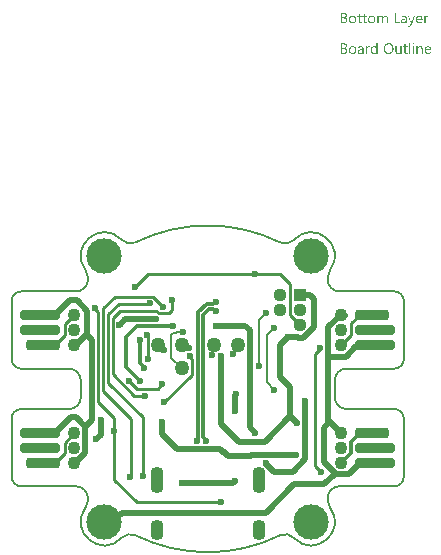
<source format=gbl>
G04*
G04 #@! TF.GenerationSoftware,Altium Limited,Altium Designer,21.8.1 (53)*
G04*
G04 Layer_Physical_Order=2*
G04 Layer_Color=16711680*
%FSAX25Y25*%
%MOIN*%
G70*
G04*
G04 #@! TF.SameCoordinates,7A0B2967-6A00-4F57-884A-72BECA2B0823*
G04*
G04*
G04 #@! TF.FilePolarity,Positive*
G04*
G01*
G75*
%ADD11C,0.01968*%
%ADD12C,0.00787*%
%ADD49C,0.04370*%
%ADD62C,0.00984*%
%ADD63C,0.01181*%
%ADD64C,0.11811*%
G04:AMPARAMS|DCode=65|XSize=43.31mil|YSize=66.93mil|CornerRadius=19.49mil|HoleSize=0mil|Usage=FLASHONLY|Rotation=0.000|XOffset=0mil|YOffset=0mil|HoleType=Round|Shape=RoundedRectangle|*
%AMROUNDEDRECTD65*
21,1,0.04331,0.02795,0,0,0.0*
21,1,0.00433,0.06693,0,0,0.0*
1,1,0.03898,0.00217,-0.01398*
1,1,0.03898,-0.00217,-0.01398*
1,1,0.03898,-0.00217,0.01398*
1,1,0.03898,0.00217,0.01398*
%
%ADD65ROUNDEDRECTD65*%
G04:AMPARAMS|DCode=66|XSize=43.31mil|YSize=86.61mil|CornerRadius=19.49mil|HoleSize=0mil|Usage=FLASHONLY|Rotation=0.000|XOffset=0mil|YOffset=0mil|HoleType=Round|Shape=RoundedRectangle|*
%AMROUNDEDRECTD66*
21,1,0.04331,0.04764,0,0,0.0*
21,1,0.00433,0.08661,0,0,0.0*
1,1,0.03898,0.00217,-0.02382*
1,1,0.03898,-0.00217,-0.02382*
1,1,0.03898,-0.00217,0.02382*
1,1,0.03898,0.00217,0.02382*
%
%ADD66ROUNDEDRECTD66*%
%ADD67R,0.04370X0.04370*%
%ADD68C,0.02362*%
G04:AMPARAMS|DCode=69|XSize=35.43mil|YSize=135.83mil|CornerRadius=13.82mil|HoleSize=0mil|Usage=FLASHONLY|Rotation=270.000|XOffset=0mil|YOffset=0mil|HoleType=Round|Shape=RoundedRectangle|*
%AMROUNDEDRECTD69*
21,1,0.03543,0.10819,0,0,270.0*
21,1,0.00780,0.13583,0,0,270.0*
1,1,0.02764,-0.05409,-0.00390*
1,1,0.02764,-0.05409,0.00390*
1,1,0.02764,0.05409,0.00390*
1,1,0.02764,0.05409,-0.00390*
%
%ADD69ROUNDEDRECTD69*%
G04:AMPARAMS|DCode=70|XSize=35.43mil|YSize=116.14mil|CornerRadius=13.82mil|HoleSize=0mil|Usage=FLASHONLY|Rotation=270.000|XOffset=0mil|YOffset=0mil|HoleType=Round|Shape=RoundedRectangle|*
%AMROUNDEDRECTD70*
21,1,0.03543,0.08850,0,0,270.0*
21,1,0.00780,0.11614,0,0,270.0*
1,1,0.02764,-0.04425,-0.00390*
1,1,0.02764,-0.04425,0.00390*
1,1,0.02764,0.04425,0.00390*
1,1,0.02764,0.04425,-0.00390*
%
%ADD70ROUNDEDRECTD70*%
%ADD71C,0.05000*%
%ADD72C,0.04331*%
G36*
X0059326Y0176580D02*
X0059382Y0176567D01*
X0059444Y0176555D01*
X0059512Y0176530D01*
X0059592Y0176499D01*
X0059667Y0176456D01*
X0059747Y0176406D01*
X0059821Y0176338D01*
X0059890Y0176251D01*
X0059951Y0176153D01*
X0060007Y0176041D01*
X0060044Y0175899D01*
X0060075Y0175744D01*
X0060081Y0175565D01*
Y0174017D01*
X0059679D01*
Y0175459D01*
Y0175465D01*
Y0175478D01*
Y0175496D01*
Y0175527D01*
X0059673Y0175602D01*
X0059661Y0175688D01*
X0059648Y0175787D01*
X0059623Y0175886D01*
X0059592Y0175979D01*
X0059549Y0176060D01*
X0059543Y0176066D01*
X0059524Y0176091D01*
X0059493Y0176122D01*
X0059444Y0176153D01*
X0059388Y0176190D01*
X0059314Y0176214D01*
X0059221Y0176239D01*
X0059116Y0176245D01*
X0059103D01*
X0059072Y0176239D01*
X0059023Y0176233D01*
X0058961Y0176214D01*
X0058893Y0176190D01*
X0058819Y0176146D01*
X0058744Y0176091D01*
X0058676Y0176010D01*
X0058670Y0175998D01*
X0058652Y0175967D01*
X0058621Y0175917D01*
X0058590Y0175849D01*
X0058552Y0175769D01*
X0058528Y0175676D01*
X0058503Y0175565D01*
X0058497Y0175447D01*
Y0174017D01*
X0058094D01*
Y0175509D01*
Y0175515D01*
Y0175540D01*
X0058088Y0175577D01*
Y0175626D01*
X0058076Y0175682D01*
X0058064Y0175744D01*
X0058045Y0175806D01*
X0058026Y0175880D01*
X0057995Y0175948D01*
X0057958Y0176010D01*
X0057909Y0176072D01*
X0057853Y0176128D01*
X0057791Y0176177D01*
X0057711Y0176214D01*
X0057624Y0176239D01*
X0057525Y0176245D01*
X0057513D01*
X0057482Y0176239D01*
X0057432Y0176233D01*
X0057370Y0176221D01*
X0057302Y0176190D01*
X0057228Y0176153D01*
X0057153Y0176097D01*
X0057086Y0176023D01*
X0057079Y0176010D01*
X0057061Y0175985D01*
X0057030Y0175936D01*
X0056999Y0175868D01*
X0056968Y0175787D01*
X0056937Y0175688D01*
X0056918Y0175577D01*
X0056912Y0175447D01*
Y0174017D01*
X0056510D01*
Y0176530D01*
X0056912D01*
Y0176128D01*
X0056924D01*
X0056931Y0176134D01*
X0056937Y0176146D01*
X0056955Y0176171D01*
X0056974Y0176202D01*
X0057036Y0176270D01*
X0057123Y0176357D01*
X0057234Y0176443D01*
X0057364Y0176512D01*
X0057445Y0176542D01*
X0057525Y0176567D01*
X0057612Y0176580D01*
X0057704Y0176586D01*
X0057748D01*
X0057797Y0176580D01*
X0057859Y0176567D01*
X0057927Y0176549D01*
X0058002Y0176524D01*
X0058076Y0176493D01*
X0058150Y0176443D01*
X0058156Y0176437D01*
X0058181Y0176419D01*
X0058212Y0176388D01*
X0058255Y0176344D01*
X0058299Y0176289D01*
X0058342Y0176227D01*
X0058385Y0176153D01*
X0058416Y0176066D01*
X0058422Y0176072D01*
X0058429Y0176091D01*
X0058447Y0176115D01*
X0058466Y0176146D01*
X0058497Y0176190D01*
X0058534Y0176233D01*
X0058577Y0176276D01*
X0058627Y0176326D01*
X0058683Y0176375D01*
X0058744Y0176419D01*
X0058812Y0176468D01*
X0058887Y0176505D01*
X0058967Y0176536D01*
X0059054Y0176561D01*
X0059153Y0176580D01*
X0059252Y0176586D01*
X0059289D01*
X0059326Y0176580D01*
D02*
G37*
G36*
X0073359Y0176567D02*
X0073433Y0176561D01*
X0073477Y0176549D01*
X0073507Y0176536D01*
Y0176122D01*
X0073501Y0176128D01*
X0073489Y0176134D01*
X0073464Y0176146D01*
X0073433Y0176165D01*
X0073390Y0176177D01*
X0073334Y0176190D01*
X0073272Y0176196D01*
X0073204Y0176202D01*
X0073192D01*
X0073161Y0176196D01*
X0073111Y0176190D01*
X0073056Y0176171D01*
X0072981Y0176140D01*
X0072913Y0176097D01*
X0072839Y0176035D01*
X0072771Y0175954D01*
X0072765Y0175942D01*
X0072746Y0175911D01*
X0072715Y0175855D01*
X0072684Y0175781D01*
X0072653Y0175688D01*
X0072622Y0175571D01*
X0072604Y0175441D01*
X0072598Y0175292D01*
Y0174017D01*
X0072195D01*
Y0176530D01*
X0072598D01*
Y0176010D01*
X0072610D01*
Y0176016D01*
X0072616Y0176023D01*
X0072628Y0176054D01*
X0072647Y0176103D01*
X0072678Y0176165D01*
X0072709Y0176227D01*
X0072759Y0176295D01*
X0072808Y0176363D01*
X0072870Y0176425D01*
X0072876Y0176431D01*
X0072901Y0176450D01*
X0072938Y0176474D01*
X0072988Y0176499D01*
X0073043Y0176524D01*
X0073111Y0176549D01*
X0073186Y0176567D01*
X0073266Y0176573D01*
X0073322D01*
X0073359Y0176567D01*
D02*
G37*
G36*
X0067980Y0173615D02*
X0067974Y0173608D01*
X0067967Y0173584D01*
X0067949Y0173540D01*
X0067924Y0173491D01*
X0067893Y0173435D01*
X0067850Y0173367D01*
X0067807Y0173299D01*
X0067757Y0173225D01*
X0067695Y0173150D01*
X0067633Y0173082D01*
X0067559Y0173014D01*
X0067479Y0172959D01*
X0067398Y0172909D01*
X0067305Y0172866D01*
X0067212Y0172841D01*
X0067107Y0172835D01*
X0067051D01*
X0067014Y0172841D01*
X0066934Y0172853D01*
X0066847Y0172872D01*
Y0173231D01*
X0066853D01*
X0066872Y0173225D01*
X0066897Y0173218D01*
X0066927Y0173212D01*
X0067002Y0173194D01*
X0067082Y0173187D01*
X0067095D01*
X0067132Y0173194D01*
X0067188Y0173206D01*
X0067256Y0173231D01*
X0067330Y0173274D01*
X0067367Y0173305D01*
X0067404Y0173342D01*
X0067441Y0173379D01*
X0067479Y0173429D01*
X0067509Y0173485D01*
X0067540Y0173547D01*
X0067745Y0174017D01*
X0066760Y0176530D01*
X0067206D01*
X0067887Y0174593D01*
Y0174586D01*
X0067893Y0174574D01*
X0067899Y0174556D01*
X0067906Y0174531D01*
X0067912Y0174494D01*
X0067924Y0174456D01*
X0067936Y0174401D01*
X0067955D01*
Y0174413D01*
X0067967Y0174450D01*
X0067980Y0174506D01*
X0068005Y0174586D01*
X0068717Y0176530D01*
X0069131D01*
X0067980Y0173615D01*
D02*
G37*
G36*
X0065572Y0176580D02*
X0065628Y0176573D01*
X0065696Y0176555D01*
X0065770Y0176536D01*
X0065851Y0176505D01*
X0065937Y0176468D01*
X0066018Y0176419D01*
X0066098Y0176357D01*
X0066172Y0176283D01*
X0066241Y0176190D01*
X0066296Y0176084D01*
X0066339Y0175961D01*
X0066364Y0175818D01*
X0066377Y0175651D01*
Y0174017D01*
X0065974D01*
Y0174407D01*
X0065962D01*
Y0174401D01*
X0065949Y0174388D01*
X0065937Y0174364D01*
X0065912Y0174339D01*
X0065851Y0174265D01*
X0065770Y0174184D01*
X0065659Y0174104D01*
X0065529Y0174029D01*
X0065448Y0174005D01*
X0065368Y0173980D01*
X0065281Y0173967D01*
X0065188Y0173961D01*
X0065151D01*
X0065126Y0173967D01*
X0065058Y0173974D01*
X0064978Y0173986D01*
X0064879Y0174011D01*
X0064786Y0174042D01*
X0064687Y0174091D01*
X0064600Y0174153D01*
X0064594Y0174165D01*
X0064569Y0174190D01*
X0064532Y0174234D01*
X0064495Y0174295D01*
X0064458Y0174370D01*
X0064421Y0174456D01*
X0064396Y0174562D01*
X0064390Y0174679D01*
Y0174686D01*
Y0174710D01*
X0064396Y0174747D01*
X0064402Y0174791D01*
X0064414Y0174846D01*
X0064433Y0174908D01*
X0064458Y0174976D01*
X0064495Y0175045D01*
X0064538Y0175119D01*
X0064594Y0175193D01*
X0064662Y0175261D01*
X0064742Y0175323D01*
X0064835Y0175385D01*
X0064947Y0175435D01*
X0065071Y0175472D01*
X0065219Y0175503D01*
X0065974Y0175608D01*
Y0175614D01*
Y0175633D01*
X0065968Y0175670D01*
Y0175707D01*
X0065956Y0175756D01*
X0065949Y0175812D01*
X0065912Y0175930D01*
X0065881Y0175985D01*
X0065851Y0176041D01*
X0065807Y0176097D01*
X0065758Y0176146D01*
X0065696Y0176190D01*
X0065628Y0176221D01*
X0065547Y0176239D01*
X0065454Y0176245D01*
X0065411D01*
X0065380Y0176239D01*
X0065337D01*
X0065293Y0176227D01*
X0065182Y0176208D01*
X0065058Y0176171D01*
X0064922Y0176115D01*
X0064848Y0176078D01*
X0064780Y0176041D01*
X0064705Y0175992D01*
X0064637Y0175936D01*
Y0176351D01*
X0064643D01*
X0064656Y0176363D01*
X0064674Y0176375D01*
X0064705Y0176388D01*
X0064736Y0176406D01*
X0064780Y0176425D01*
X0064829Y0176443D01*
X0064885Y0176468D01*
X0065009Y0176512D01*
X0065157Y0176549D01*
X0065318Y0176573D01*
X0065491Y0176586D01*
X0065529D01*
X0065572Y0176580D01*
D02*
G37*
G36*
X0062681Y0174388D02*
X0064092D01*
Y0174017D01*
X0062266D01*
Y0177533D01*
X0062681D01*
Y0174388D01*
D02*
G37*
G36*
X0045467Y0177527D02*
X0045510D01*
X0045553Y0177521D01*
X0045652Y0177508D01*
X0045770Y0177477D01*
X0045894Y0177440D01*
X0046011Y0177384D01*
X0046117Y0177310D01*
X0046123D01*
X0046129Y0177298D01*
X0046160Y0177273D01*
X0046203Y0177223D01*
X0046253Y0177155D01*
X0046296Y0177069D01*
X0046340Y0176970D01*
X0046371Y0176858D01*
X0046383Y0176796D01*
Y0176728D01*
Y0176722D01*
Y0176716D01*
Y0176679D01*
X0046377Y0176623D01*
X0046364Y0176555D01*
X0046346Y0176468D01*
X0046315Y0176382D01*
X0046278Y0176295D01*
X0046222Y0176208D01*
X0046216Y0176196D01*
X0046191Y0176171D01*
X0046154Y0176134D01*
X0046104Y0176084D01*
X0046042Y0176035D01*
X0045968Y0175979D01*
X0045875Y0175936D01*
X0045776Y0175892D01*
Y0175886D01*
X0045795D01*
X0045814Y0175880D01*
X0045832Y0175874D01*
X0045900Y0175862D01*
X0045981Y0175837D01*
X0046067Y0175800D01*
X0046160Y0175756D01*
X0046253Y0175694D01*
X0046340Y0175614D01*
X0046352Y0175602D01*
X0046377Y0175571D01*
X0046408Y0175527D01*
X0046451Y0175459D01*
X0046488Y0175373D01*
X0046525Y0175274D01*
X0046550Y0175156D01*
X0046556Y0175026D01*
Y0175020D01*
Y0175007D01*
Y0174983D01*
X0046550Y0174952D01*
X0046544Y0174915D01*
X0046538Y0174871D01*
X0046513Y0174766D01*
X0046476Y0174648D01*
X0046420Y0174524D01*
X0046383Y0174469D01*
X0046340Y0174407D01*
X0046284Y0174351D01*
X0046228Y0174295D01*
X0046222D01*
X0046216Y0174283D01*
X0046197Y0174271D01*
X0046172Y0174252D01*
X0046141Y0174234D01*
X0046098Y0174209D01*
X0046005Y0174159D01*
X0045888Y0174104D01*
X0045752Y0174060D01*
X0045591Y0174029D01*
X0045510Y0174023D01*
X0045417Y0174017D01*
X0044390D01*
Y0177533D01*
X0045436D01*
X0045467Y0177527D01*
D02*
G37*
G36*
X0052393Y0176530D02*
X0053031D01*
Y0176183D01*
X0052393D01*
Y0174766D01*
Y0174754D01*
Y0174723D01*
X0052400Y0174679D01*
X0052406Y0174624D01*
X0052431Y0174506D01*
X0052449Y0174450D01*
X0052480Y0174407D01*
X0052486Y0174401D01*
X0052499Y0174388D01*
X0052517Y0174376D01*
X0052548Y0174357D01*
X0052585Y0174333D01*
X0052635Y0174320D01*
X0052697Y0174308D01*
X0052765Y0174302D01*
X0052790D01*
X0052820Y0174308D01*
X0052858Y0174314D01*
X0052944Y0174339D01*
X0052988Y0174357D01*
X0053031Y0174382D01*
Y0174036D01*
X0053025D01*
X0053006Y0174023D01*
X0052975Y0174017D01*
X0052932Y0174005D01*
X0052876Y0173992D01*
X0052814Y0173980D01*
X0052740Y0173974D01*
X0052653Y0173967D01*
X0052622D01*
X0052592Y0173974D01*
X0052548Y0173980D01*
X0052499Y0173992D01*
X0052443Y0174005D01*
X0052387Y0174029D01*
X0052325Y0174060D01*
X0052263Y0174097D01*
X0052201Y0174147D01*
X0052146Y0174203D01*
X0052096Y0174277D01*
X0052053Y0174357D01*
X0052022Y0174456D01*
X0051997Y0174568D01*
X0051991Y0174698D01*
Y0176183D01*
X0051564D01*
Y0176530D01*
X0051991D01*
Y0177143D01*
X0052393Y0177273D01*
Y0176530D01*
D02*
G37*
G36*
X0050691D02*
X0051329D01*
Y0176183D01*
X0050691D01*
Y0174766D01*
Y0174754D01*
Y0174723D01*
X0050697Y0174679D01*
X0050704Y0174624D01*
X0050728Y0174506D01*
X0050747Y0174450D01*
X0050778Y0174407D01*
X0050784Y0174401D01*
X0050796Y0174388D01*
X0050815Y0174376D01*
X0050846Y0174357D01*
X0050883Y0174333D01*
X0050933Y0174320D01*
X0050994Y0174308D01*
X0051063Y0174302D01*
X0051087D01*
X0051118Y0174308D01*
X0051155Y0174314D01*
X0051242Y0174339D01*
X0051285Y0174357D01*
X0051329Y0174382D01*
Y0174036D01*
X0051323D01*
X0051304Y0174023D01*
X0051273Y0174017D01*
X0051230Y0174005D01*
X0051174Y0173992D01*
X0051112Y0173980D01*
X0051038Y0173974D01*
X0050951Y0173967D01*
X0050920D01*
X0050889Y0173974D01*
X0050846Y0173980D01*
X0050796Y0173992D01*
X0050741Y0174005D01*
X0050685Y0174029D01*
X0050623Y0174060D01*
X0050561Y0174097D01*
X0050499Y0174147D01*
X0050444Y0174203D01*
X0050394Y0174277D01*
X0050351Y0174357D01*
X0050320Y0174456D01*
X0050295Y0174568D01*
X0050289Y0174698D01*
Y0176183D01*
X0049862D01*
Y0176530D01*
X0050289D01*
Y0177143D01*
X0050691Y0177273D01*
Y0176530D01*
D02*
G37*
G36*
X0070635Y0176580D02*
X0070679Y0176573D01*
X0070722Y0176567D01*
X0070833Y0176549D01*
X0070957Y0176505D01*
X0071081Y0176450D01*
X0071143Y0176412D01*
X0071205Y0176369D01*
X0071261Y0176320D01*
X0071316Y0176264D01*
X0071323Y0176258D01*
X0071329Y0176251D01*
X0071341Y0176233D01*
X0071360Y0176208D01*
X0071378Y0176171D01*
X0071403Y0176134D01*
X0071428Y0176091D01*
X0071452Y0176035D01*
X0071477Y0175973D01*
X0071502Y0175911D01*
X0071527Y0175837D01*
X0071545Y0175756D01*
X0071564Y0175670D01*
X0071576Y0175583D01*
X0071589Y0175484D01*
Y0175379D01*
Y0175168D01*
X0069812D01*
Y0175162D01*
Y0175150D01*
Y0175131D01*
X0069818Y0175100D01*
X0069824Y0175063D01*
Y0175026D01*
X0069843Y0174927D01*
X0069874Y0174828D01*
X0069911Y0174716D01*
X0069967Y0174611D01*
X0070035Y0174518D01*
X0070047Y0174506D01*
X0070072Y0174481D01*
X0070122Y0174450D01*
X0070190Y0174407D01*
X0070276Y0174364D01*
X0070375Y0174333D01*
X0070493Y0174308D01*
X0070629Y0174295D01*
X0070673D01*
X0070703Y0174302D01*
X0070741D01*
X0070784Y0174308D01*
X0070889Y0174333D01*
X0071007Y0174364D01*
X0071137Y0174413D01*
X0071273Y0174481D01*
X0071341Y0174524D01*
X0071409Y0174574D01*
Y0174197D01*
X0071403D01*
X0071397Y0174184D01*
X0071378Y0174178D01*
X0071347Y0174159D01*
X0071316Y0174141D01*
X0071279Y0174122D01*
X0071230Y0174104D01*
X0071180Y0174079D01*
X0071118Y0174054D01*
X0071050Y0174036D01*
X0070902Y0173998D01*
X0070728Y0173974D01*
X0070536Y0173961D01*
X0070487D01*
X0070450Y0173967D01*
X0070406Y0173974D01*
X0070351Y0173980D01*
X0070233Y0174005D01*
X0070097Y0174042D01*
X0069961Y0174104D01*
X0069893Y0174147D01*
X0069824Y0174190D01*
X0069763Y0174240D01*
X0069701Y0174302D01*
X0069695Y0174308D01*
X0069688Y0174320D01*
X0069676Y0174339D01*
X0069651Y0174364D01*
X0069633Y0174401D01*
X0069608Y0174444D01*
X0069577Y0174494D01*
X0069552Y0174549D01*
X0069521Y0174611D01*
X0069496Y0174686D01*
X0069465Y0174766D01*
X0069447Y0174853D01*
X0069428Y0174945D01*
X0069410Y0175045D01*
X0069403Y0175150D01*
X0069397Y0175261D01*
Y0175267D01*
Y0175286D01*
Y0175317D01*
X0069403Y0175360D01*
X0069410Y0175410D01*
X0069416Y0175465D01*
X0069422Y0175533D01*
X0069441Y0175602D01*
X0069478Y0175750D01*
X0069533Y0175911D01*
X0069571Y0175992D01*
X0069620Y0176066D01*
X0069670Y0176146D01*
X0069725Y0176214D01*
X0069732Y0176221D01*
X0069744Y0176233D01*
X0069763Y0176251D01*
X0069787Y0176270D01*
X0069818Y0176301D01*
X0069855Y0176332D01*
X0069905Y0176363D01*
X0069955Y0176400D01*
X0070072Y0176468D01*
X0070214Y0176530D01*
X0070295Y0176549D01*
X0070375Y0176567D01*
X0070462Y0176580D01*
X0070555Y0176586D01*
X0070604D01*
X0070635Y0176580D01*
D02*
G37*
G36*
X0054770D02*
X0054814Y0176573D01*
X0054869Y0176567D01*
X0054993Y0176542D01*
X0055136Y0176499D01*
X0055278Y0176437D01*
X0055352Y0176400D01*
X0055420Y0176357D01*
X0055488Y0176301D01*
X0055550Y0176239D01*
X0055556Y0176233D01*
X0055563Y0176221D01*
X0055581Y0176202D01*
X0055600Y0176177D01*
X0055625Y0176140D01*
X0055649Y0176097D01*
X0055680Y0176047D01*
X0055711Y0175992D01*
X0055736Y0175924D01*
X0055767Y0175855D01*
X0055792Y0175775D01*
X0055817Y0175688D01*
X0055835Y0175595D01*
X0055854Y0175496D01*
X0055860Y0175391D01*
X0055866Y0175280D01*
Y0175274D01*
Y0175255D01*
Y0175224D01*
X0055860Y0175181D01*
X0055854Y0175131D01*
X0055848Y0175069D01*
X0055835Y0175007D01*
X0055823Y0174933D01*
X0055786Y0174785D01*
X0055724Y0174624D01*
X0055686Y0174543D01*
X0055637Y0174463D01*
X0055588Y0174388D01*
X0055526Y0174320D01*
X0055519Y0174314D01*
X0055507Y0174308D01*
X0055488Y0174289D01*
X0055464Y0174265D01*
X0055427Y0174240D01*
X0055389Y0174209D01*
X0055340Y0174172D01*
X0055284Y0174141D01*
X0055222Y0174110D01*
X0055154Y0174073D01*
X0055080Y0174042D01*
X0054999Y0174017D01*
X0054913Y0173992D01*
X0054820Y0173980D01*
X0054721Y0173967D01*
X0054616Y0173961D01*
X0054560D01*
X0054523Y0173967D01*
X0054479Y0173974D01*
X0054424Y0173980D01*
X0054362Y0173992D01*
X0054294Y0174005D01*
X0054151Y0174048D01*
X0054003Y0174110D01*
X0053929Y0174147D01*
X0053860Y0174197D01*
X0053792Y0174246D01*
X0053724Y0174308D01*
X0053718Y0174314D01*
X0053712Y0174326D01*
X0053693Y0174345D01*
X0053675Y0174370D01*
X0053650Y0174407D01*
X0053619Y0174450D01*
X0053588Y0174500D01*
X0053563Y0174556D01*
X0053532Y0174624D01*
X0053501Y0174692D01*
X0053470Y0174766D01*
X0053446Y0174853D01*
X0053409Y0175038D01*
X0053402Y0175137D01*
X0053396Y0175243D01*
Y0175249D01*
Y0175274D01*
Y0175304D01*
X0053402Y0175348D01*
X0053409Y0175397D01*
X0053415Y0175459D01*
X0053427Y0175527D01*
X0053439Y0175602D01*
X0053477Y0175762D01*
X0053539Y0175924D01*
X0053582Y0176004D01*
X0053625Y0176084D01*
X0053675Y0176159D01*
X0053737Y0176227D01*
X0053743Y0176233D01*
X0053755Y0176245D01*
X0053774Y0176258D01*
X0053799Y0176283D01*
X0053836Y0176307D01*
X0053879Y0176338D01*
X0053929Y0176375D01*
X0053984Y0176406D01*
X0054046Y0176437D01*
X0054120Y0176474D01*
X0054195Y0176505D01*
X0054281Y0176530D01*
X0054368Y0176555D01*
X0054467Y0176573D01*
X0054572Y0176580D01*
X0054677Y0176586D01*
X0054733D01*
X0054770Y0176580D01*
D02*
G37*
G36*
X0048419D02*
X0048463Y0176573D01*
X0048518Y0176567D01*
X0048642Y0176542D01*
X0048785Y0176499D01*
X0048927Y0176437D01*
X0049001Y0176400D01*
X0049069Y0176357D01*
X0049137Y0176301D01*
X0049199Y0176239D01*
X0049206Y0176233D01*
X0049212Y0176221D01*
X0049230Y0176202D01*
X0049249Y0176177D01*
X0049274Y0176140D01*
X0049298Y0176097D01*
X0049329Y0176047D01*
X0049360Y0175992D01*
X0049385Y0175924D01*
X0049416Y0175855D01*
X0049441Y0175775D01*
X0049466Y0175688D01*
X0049484Y0175595D01*
X0049503Y0175496D01*
X0049509Y0175391D01*
X0049515Y0175280D01*
Y0175274D01*
Y0175255D01*
Y0175224D01*
X0049509Y0175181D01*
X0049503Y0175131D01*
X0049496Y0175069D01*
X0049484Y0175007D01*
X0049472Y0174933D01*
X0049435Y0174785D01*
X0049373Y0174624D01*
X0049336Y0174543D01*
X0049286Y0174463D01*
X0049237Y0174388D01*
X0049175Y0174320D01*
X0049168Y0174314D01*
X0049156Y0174308D01*
X0049137Y0174289D01*
X0049113Y0174265D01*
X0049076Y0174240D01*
X0049038Y0174209D01*
X0048989Y0174172D01*
X0048933Y0174141D01*
X0048871Y0174110D01*
X0048803Y0174073D01*
X0048729Y0174042D01*
X0048649Y0174017D01*
X0048562Y0173992D01*
X0048469Y0173980D01*
X0048370Y0173967D01*
X0048265Y0173961D01*
X0048209D01*
X0048172Y0173967D01*
X0048129Y0173974D01*
X0048073Y0173980D01*
X0048011Y0173992D01*
X0047943Y0174005D01*
X0047800Y0174048D01*
X0047652Y0174110D01*
X0047578Y0174147D01*
X0047510Y0174197D01*
X0047441Y0174246D01*
X0047373Y0174308D01*
X0047367Y0174314D01*
X0047361Y0174326D01*
X0047342Y0174345D01*
X0047324Y0174370D01*
X0047299Y0174407D01*
X0047268Y0174450D01*
X0047237Y0174500D01*
X0047212Y0174556D01*
X0047181Y0174624D01*
X0047150Y0174692D01*
X0047120Y0174766D01*
X0047095Y0174853D01*
X0047058Y0175038D01*
X0047052Y0175137D01*
X0047045Y0175243D01*
Y0175249D01*
Y0175274D01*
Y0175304D01*
X0047052Y0175348D01*
X0047058Y0175397D01*
X0047064Y0175459D01*
X0047076Y0175527D01*
X0047089Y0175602D01*
X0047126Y0175762D01*
X0047188Y0175924D01*
X0047231Y0176004D01*
X0047274Y0176084D01*
X0047324Y0176159D01*
X0047386Y0176227D01*
X0047392Y0176233D01*
X0047404Y0176245D01*
X0047423Y0176258D01*
X0047448Y0176283D01*
X0047485Y0176307D01*
X0047528Y0176338D01*
X0047578Y0176375D01*
X0047633Y0176406D01*
X0047695Y0176437D01*
X0047769Y0176474D01*
X0047844Y0176505D01*
X0047930Y0176530D01*
X0048017Y0176555D01*
X0048116Y0176573D01*
X0048221Y0176580D01*
X0048327Y0176586D01*
X0048382D01*
X0048419Y0176580D01*
D02*
G37*
G36*
X0068599Y0167500D02*
X0068624D01*
X0068679Y0167475D01*
X0068710Y0167456D01*
X0068741Y0167432D01*
X0068747Y0167426D01*
X0068754Y0167419D01*
X0068785Y0167382D01*
X0068809Y0167320D01*
X0068815Y0167283D01*
X0068822Y0167246D01*
Y0167240D01*
Y0167227D01*
X0068815Y0167209D01*
X0068809Y0167184D01*
X0068791Y0167122D01*
X0068766Y0167091D01*
X0068741Y0167060D01*
X0068735D01*
X0068729Y0167048D01*
X0068692Y0167023D01*
X0068636Y0166998D01*
X0068599Y0166992D01*
X0068562Y0166986D01*
X0068543D01*
X0068525Y0166992D01*
X0068500D01*
X0068438Y0167017D01*
X0068407Y0167029D01*
X0068376Y0167054D01*
Y0167060D01*
X0068364Y0167066D01*
X0068351Y0167085D01*
X0068339Y0167104D01*
X0068314Y0167166D01*
X0068308Y0167203D01*
X0068302Y0167246D01*
Y0167252D01*
Y0167264D01*
X0068308Y0167283D01*
X0068314Y0167314D01*
X0068333Y0167370D01*
X0068351Y0167401D01*
X0068376Y0167432D01*
X0068382Y0167438D01*
X0068388Y0167444D01*
X0068426Y0167469D01*
X0068487Y0167493D01*
X0068525Y0167506D01*
X0068580D01*
X0068599Y0167500D01*
D02*
G37*
G36*
X0056609Y0163835D02*
X0056207D01*
Y0164256D01*
X0056194D01*
Y0164250D01*
X0056182Y0164238D01*
X0056163Y0164213D01*
X0056145Y0164182D01*
X0056114Y0164145D01*
X0056077Y0164108D01*
X0056033Y0164064D01*
X0055984Y0164021D01*
X0055928Y0163971D01*
X0055860Y0163928D01*
X0055792Y0163891D01*
X0055711Y0163854D01*
X0055631Y0163823D01*
X0055538Y0163798D01*
X0055439Y0163786D01*
X0055334Y0163779D01*
X0055290D01*
X0055253Y0163786D01*
X0055216Y0163792D01*
X0055167Y0163798D01*
X0055061Y0163823D01*
X0054937Y0163860D01*
X0054814Y0163922D01*
X0054746Y0163959D01*
X0054690Y0164002D01*
X0054628Y0164058D01*
X0054572Y0164114D01*
Y0164120D01*
X0054560Y0164132D01*
X0054548Y0164151D01*
X0054529Y0164176D01*
X0054510Y0164207D01*
X0054486Y0164250D01*
X0054461Y0164299D01*
X0054436Y0164355D01*
X0054405Y0164417D01*
X0054380Y0164485D01*
X0054356Y0164559D01*
X0054337Y0164640D01*
X0054318Y0164727D01*
X0054306Y0164826D01*
X0054300Y0164925D01*
X0054294Y0165030D01*
Y0165036D01*
Y0165055D01*
Y0165092D01*
X0054300Y0165135D01*
X0054306Y0165185D01*
X0054312Y0165247D01*
X0054318Y0165315D01*
X0054331Y0165389D01*
X0054368Y0165550D01*
X0054424Y0165717D01*
X0054461Y0165797D01*
X0054504Y0165878D01*
X0054548Y0165952D01*
X0054603Y0166026D01*
X0054610Y0166033D01*
X0054616Y0166045D01*
X0054634Y0166064D01*
X0054659Y0166088D01*
X0054690Y0166113D01*
X0054733Y0166144D01*
X0054777Y0166181D01*
X0054826Y0166218D01*
X0054950Y0166287D01*
X0055092Y0166348D01*
X0055173Y0166367D01*
X0055259Y0166385D01*
X0055346Y0166398D01*
X0055445Y0166404D01*
X0055495D01*
X0055532Y0166398D01*
X0055569Y0166392D01*
X0055618Y0166385D01*
X0055730Y0166355D01*
X0055854Y0166305D01*
X0055915Y0166274D01*
X0055977Y0166231D01*
X0056039Y0166187D01*
X0056095Y0166132D01*
X0056145Y0166070D01*
X0056194Y0165996D01*
X0056207D01*
Y0167555D01*
X0056609D01*
Y0163835D01*
D02*
G37*
G36*
X0070877Y0166398D02*
X0070951Y0166392D01*
X0071044Y0166373D01*
X0071143Y0166342D01*
X0071248Y0166293D01*
X0071353Y0166225D01*
X0071397Y0166187D01*
X0071440Y0166138D01*
X0071452Y0166126D01*
X0071477Y0166088D01*
X0071508Y0166026D01*
X0071552Y0165940D01*
X0071589Y0165835D01*
X0071626Y0165705D01*
X0071650Y0165550D01*
X0071657Y0165370D01*
Y0163835D01*
X0071254D01*
Y0165265D01*
Y0165271D01*
Y0165302D01*
X0071248Y0165339D01*
Y0165389D01*
X0071236Y0165451D01*
X0071223Y0165519D01*
X0071205Y0165593D01*
X0071180Y0165667D01*
X0071149Y0165742D01*
X0071112Y0165810D01*
X0071062Y0165878D01*
X0071007Y0165940D01*
X0070945Y0165989D01*
X0070864Y0166026D01*
X0070778Y0166058D01*
X0070673Y0166064D01*
X0070660D01*
X0070623Y0166058D01*
X0070567Y0166051D01*
X0070499Y0166033D01*
X0070419Y0166008D01*
X0070332Y0165965D01*
X0070252Y0165909D01*
X0070171Y0165835D01*
X0070165Y0165822D01*
X0070140Y0165797D01*
X0070109Y0165748D01*
X0070072Y0165680D01*
X0070035Y0165599D01*
X0070004Y0165500D01*
X0069979Y0165389D01*
X0069973Y0165265D01*
Y0163835D01*
X0069571D01*
Y0166348D01*
X0069973D01*
Y0165928D01*
X0069985D01*
X0069992Y0165934D01*
X0069998Y0165946D01*
X0070016Y0165971D01*
X0070041Y0166002D01*
X0070066Y0166039D01*
X0070103Y0166076D01*
X0070146Y0166119D01*
X0070196Y0166169D01*
X0070252Y0166212D01*
X0070314Y0166255D01*
X0070382Y0166293D01*
X0070456Y0166330D01*
X0070530Y0166361D01*
X0070617Y0166385D01*
X0070710Y0166398D01*
X0070809Y0166404D01*
X0070846D01*
X0070877Y0166398D01*
D02*
G37*
G36*
X0053879Y0166385D02*
X0053953Y0166379D01*
X0053997Y0166367D01*
X0054028Y0166355D01*
Y0165940D01*
X0054021Y0165946D01*
X0054009Y0165952D01*
X0053984Y0165965D01*
X0053953Y0165983D01*
X0053910Y0165996D01*
X0053854Y0166008D01*
X0053792Y0166014D01*
X0053724Y0166020D01*
X0053712D01*
X0053681Y0166014D01*
X0053631Y0166008D01*
X0053576Y0165989D01*
X0053501Y0165958D01*
X0053433Y0165915D01*
X0053359Y0165853D01*
X0053291Y0165773D01*
X0053285Y0165760D01*
X0053266Y0165729D01*
X0053235Y0165674D01*
X0053204Y0165599D01*
X0053173Y0165506D01*
X0053142Y0165389D01*
X0053124Y0165259D01*
X0053118Y0165110D01*
Y0163835D01*
X0052715D01*
Y0166348D01*
X0053118D01*
Y0165828D01*
X0053130D01*
Y0165835D01*
X0053136Y0165841D01*
X0053149Y0165872D01*
X0053167Y0165921D01*
X0053198Y0165983D01*
X0053229Y0166045D01*
X0053279Y0166113D01*
X0053328Y0166181D01*
X0053390Y0166243D01*
X0053396Y0166249D01*
X0053421Y0166268D01*
X0053458Y0166293D01*
X0053508Y0166317D01*
X0053563Y0166342D01*
X0053631Y0166367D01*
X0053706Y0166385D01*
X0053786Y0166392D01*
X0053842D01*
X0053879Y0166385D01*
D02*
G37*
G36*
X0064619Y0163835D02*
X0064216D01*
Y0164231D01*
X0064204D01*
Y0164225D01*
X0064192Y0164213D01*
X0064179Y0164188D01*
X0064154Y0164163D01*
X0064099Y0164089D01*
X0064012Y0164009D01*
X0063963Y0163965D01*
X0063907Y0163922D01*
X0063845Y0163885D01*
X0063771Y0163848D01*
X0063696Y0163823D01*
X0063616Y0163798D01*
X0063523Y0163786D01*
X0063430Y0163779D01*
X0063393D01*
X0063350Y0163786D01*
X0063288Y0163798D01*
X0063220Y0163811D01*
X0063146Y0163835D01*
X0063065Y0163866D01*
X0062985Y0163916D01*
X0062898Y0163971D01*
X0062817Y0164040D01*
X0062743Y0164126D01*
X0062675Y0164231D01*
X0062613Y0164349D01*
X0062570Y0164491D01*
X0062545Y0164658D01*
X0062533Y0164745D01*
Y0164844D01*
Y0166348D01*
X0062929D01*
Y0164906D01*
Y0164900D01*
Y0164875D01*
X0062935Y0164832D01*
X0062941Y0164782D01*
X0062947Y0164720D01*
X0062960Y0164658D01*
X0062978Y0164584D01*
X0063003Y0164510D01*
X0063040Y0164436D01*
X0063077Y0164368D01*
X0063127Y0164299D01*
X0063189Y0164238D01*
X0063257Y0164188D01*
X0063337Y0164151D01*
X0063436Y0164120D01*
X0063542Y0164114D01*
X0063554D01*
X0063591Y0164120D01*
X0063647Y0164126D01*
X0063709Y0164139D01*
X0063789Y0164170D01*
X0063870Y0164207D01*
X0063950Y0164256D01*
X0064024Y0164330D01*
X0064031Y0164343D01*
X0064055Y0164368D01*
X0064086Y0164417D01*
X0064123Y0164485D01*
X0064154Y0164566D01*
X0064185Y0164665D01*
X0064210Y0164776D01*
X0064216Y0164900D01*
Y0166348D01*
X0064619D01*
Y0163835D01*
D02*
G37*
G36*
X0068754D02*
X0068351D01*
Y0166348D01*
X0068754D01*
Y0163835D01*
D02*
G37*
G36*
X0067534D02*
X0067132D01*
Y0167555D01*
X0067534D01*
Y0163835D01*
D02*
G37*
G36*
X0051155Y0166398D02*
X0051211Y0166392D01*
X0051279Y0166373D01*
X0051354Y0166355D01*
X0051434Y0166324D01*
X0051521Y0166287D01*
X0051601Y0166237D01*
X0051682Y0166175D01*
X0051756Y0166101D01*
X0051824Y0166008D01*
X0051880Y0165903D01*
X0051923Y0165779D01*
X0051948Y0165637D01*
X0051960Y0165469D01*
Y0163835D01*
X0051558D01*
Y0164225D01*
X0051545D01*
Y0164219D01*
X0051533Y0164207D01*
X0051521Y0164182D01*
X0051496Y0164157D01*
X0051434Y0164083D01*
X0051354Y0164002D01*
X0051242Y0163922D01*
X0051112Y0163848D01*
X0051032Y0163823D01*
X0050951Y0163798D01*
X0050864Y0163786D01*
X0050772Y0163779D01*
X0050735D01*
X0050710Y0163786D01*
X0050642Y0163792D01*
X0050561Y0163804D01*
X0050462Y0163829D01*
X0050369Y0163860D01*
X0050270Y0163909D01*
X0050184Y0163971D01*
X0050177Y0163984D01*
X0050153Y0164009D01*
X0050116Y0164052D01*
X0050078Y0164114D01*
X0050041Y0164188D01*
X0050004Y0164275D01*
X0049979Y0164380D01*
X0049973Y0164498D01*
Y0164504D01*
Y0164529D01*
X0049979Y0164566D01*
X0049986Y0164609D01*
X0049998Y0164665D01*
X0050016Y0164727D01*
X0050041Y0164795D01*
X0050078Y0164863D01*
X0050122Y0164937D01*
X0050177Y0165011D01*
X0050245Y0165079D01*
X0050326Y0165141D01*
X0050419Y0165203D01*
X0050530Y0165253D01*
X0050654Y0165290D01*
X0050803Y0165321D01*
X0051558Y0165426D01*
Y0165432D01*
Y0165451D01*
X0051552Y0165488D01*
Y0165525D01*
X0051539Y0165575D01*
X0051533Y0165630D01*
X0051496Y0165748D01*
X0051465Y0165804D01*
X0051434Y0165859D01*
X0051391Y0165915D01*
X0051341Y0165965D01*
X0051279Y0166008D01*
X0051211Y0166039D01*
X0051131Y0166058D01*
X0051038Y0166064D01*
X0050994D01*
X0050963Y0166058D01*
X0050920D01*
X0050877Y0166045D01*
X0050766Y0166026D01*
X0050642Y0165989D01*
X0050506Y0165934D01*
X0050431Y0165896D01*
X0050363Y0165859D01*
X0050289Y0165810D01*
X0050221Y0165754D01*
Y0166169D01*
X0050227D01*
X0050239Y0166181D01*
X0050258Y0166194D01*
X0050289Y0166206D01*
X0050320Y0166225D01*
X0050363Y0166243D01*
X0050413Y0166262D01*
X0050468Y0166287D01*
X0050592Y0166330D01*
X0050741Y0166367D01*
X0050902Y0166392D01*
X0051075Y0166404D01*
X0051112D01*
X0051155Y0166398D01*
D02*
G37*
G36*
X0045467Y0167345D02*
X0045510D01*
X0045553Y0167339D01*
X0045652Y0167326D01*
X0045770Y0167296D01*
X0045894Y0167258D01*
X0046011Y0167203D01*
X0046117Y0167128D01*
X0046123D01*
X0046129Y0167116D01*
X0046160Y0167091D01*
X0046203Y0167042D01*
X0046253Y0166974D01*
X0046296Y0166887D01*
X0046340Y0166788D01*
X0046371Y0166676D01*
X0046383Y0166615D01*
Y0166546D01*
Y0166540D01*
Y0166534D01*
Y0166497D01*
X0046377Y0166441D01*
X0046364Y0166373D01*
X0046346Y0166287D01*
X0046315Y0166200D01*
X0046278Y0166113D01*
X0046222Y0166026D01*
X0046216Y0166014D01*
X0046191Y0165989D01*
X0046154Y0165952D01*
X0046104Y0165903D01*
X0046042Y0165853D01*
X0045968Y0165797D01*
X0045875Y0165754D01*
X0045776Y0165711D01*
Y0165705D01*
X0045795D01*
X0045814Y0165698D01*
X0045832Y0165692D01*
X0045900Y0165680D01*
X0045981Y0165655D01*
X0046067Y0165618D01*
X0046160Y0165575D01*
X0046253Y0165513D01*
X0046340Y0165432D01*
X0046352Y0165420D01*
X0046377Y0165389D01*
X0046408Y0165346D01*
X0046451Y0165278D01*
X0046488Y0165191D01*
X0046525Y0165092D01*
X0046550Y0164974D01*
X0046556Y0164844D01*
Y0164838D01*
Y0164826D01*
Y0164801D01*
X0046550Y0164770D01*
X0046544Y0164733D01*
X0046538Y0164690D01*
X0046513Y0164584D01*
X0046476Y0164467D01*
X0046420Y0164343D01*
X0046383Y0164287D01*
X0046340Y0164225D01*
X0046284Y0164170D01*
X0046228Y0164114D01*
X0046222D01*
X0046216Y0164101D01*
X0046197Y0164089D01*
X0046172Y0164070D01*
X0046141Y0164052D01*
X0046098Y0164027D01*
X0046005Y0163978D01*
X0045888Y0163922D01*
X0045752Y0163879D01*
X0045591Y0163848D01*
X0045510Y0163841D01*
X0045417Y0163835D01*
X0044390D01*
Y0167351D01*
X0045436D01*
X0045467Y0167345D01*
D02*
G37*
G36*
X0065962Y0166348D02*
X0066600D01*
Y0166002D01*
X0065962D01*
Y0164584D01*
Y0164572D01*
Y0164541D01*
X0065968Y0164498D01*
X0065974Y0164442D01*
X0065999Y0164324D01*
X0066018Y0164269D01*
X0066049Y0164225D01*
X0066055Y0164219D01*
X0066067Y0164207D01*
X0066086Y0164194D01*
X0066117Y0164176D01*
X0066154Y0164151D01*
X0066203Y0164139D01*
X0066265Y0164126D01*
X0066333Y0164120D01*
X0066358D01*
X0066389Y0164126D01*
X0066426Y0164132D01*
X0066513Y0164157D01*
X0066556Y0164176D01*
X0066600Y0164200D01*
Y0163854D01*
X0066593D01*
X0066575Y0163841D01*
X0066544Y0163835D01*
X0066500Y0163823D01*
X0066445Y0163811D01*
X0066383Y0163798D01*
X0066309Y0163792D01*
X0066222Y0163786D01*
X0066191D01*
X0066160Y0163792D01*
X0066117Y0163798D01*
X0066067Y0163811D01*
X0066011Y0163823D01*
X0065956Y0163848D01*
X0065894Y0163879D01*
X0065832Y0163916D01*
X0065770Y0163965D01*
X0065714Y0164021D01*
X0065665Y0164095D01*
X0065622Y0164176D01*
X0065591Y0164275D01*
X0065566Y0164386D01*
X0065560Y0164516D01*
Y0166002D01*
X0065132D01*
Y0166348D01*
X0065560D01*
Y0166961D01*
X0065962Y0167091D01*
Y0166348D01*
D02*
G37*
G36*
X0073489Y0166398D02*
X0073532Y0166392D01*
X0073576Y0166385D01*
X0073687Y0166367D01*
X0073811Y0166324D01*
X0073935Y0166268D01*
X0073997Y0166231D01*
X0074058Y0166187D01*
X0074114Y0166138D01*
X0074170Y0166082D01*
X0074176Y0166076D01*
X0074182Y0166070D01*
X0074195Y0166051D01*
X0074213Y0166026D01*
X0074232Y0165989D01*
X0074256Y0165952D01*
X0074281Y0165909D01*
X0074306Y0165853D01*
X0074331Y0165791D01*
X0074356Y0165729D01*
X0074380Y0165655D01*
X0074399Y0165575D01*
X0074417Y0165488D01*
X0074430Y0165401D01*
X0074442Y0165302D01*
Y0165197D01*
Y0164987D01*
X0072666D01*
Y0164980D01*
Y0164968D01*
Y0164950D01*
X0072672Y0164918D01*
X0072678Y0164881D01*
Y0164844D01*
X0072697Y0164745D01*
X0072728Y0164646D01*
X0072765Y0164535D01*
X0072820Y0164429D01*
X0072888Y0164337D01*
X0072901Y0164324D01*
X0072926Y0164299D01*
X0072975Y0164269D01*
X0073043Y0164225D01*
X0073130Y0164182D01*
X0073229Y0164151D01*
X0073347Y0164126D01*
X0073483Y0164114D01*
X0073526D01*
X0073557Y0164120D01*
X0073594D01*
X0073637Y0164126D01*
X0073743Y0164151D01*
X0073860Y0164182D01*
X0073990Y0164231D01*
X0074126Y0164299D01*
X0074195Y0164343D01*
X0074263Y0164392D01*
Y0164015D01*
X0074256D01*
X0074250Y0164002D01*
X0074232Y0163996D01*
X0074201Y0163978D01*
X0074170Y0163959D01*
X0074133Y0163941D01*
X0074083Y0163922D01*
X0074034Y0163897D01*
X0073972Y0163872D01*
X0073904Y0163854D01*
X0073755Y0163817D01*
X0073582Y0163792D01*
X0073390Y0163779D01*
X0073340D01*
X0073303Y0163786D01*
X0073260Y0163792D01*
X0073204Y0163798D01*
X0073087Y0163823D01*
X0072950Y0163860D01*
X0072814Y0163922D01*
X0072746Y0163965D01*
X0072678Y0164009D01*
X0072616Y0164058D01*
X0072554Y0164120D01*
X0072548Y0164126D01*
X0072542Y0164139D01*
X0072530Y0164157D01*
X0072505Y0164182D01*
X0072486Y0164219D01*
X0072461Y0164262D01*
X0072430Y0164312D01*
X0072406Y0164368D01*
X0072375Y0164429D01*
X0072350Y0164504D01*
X0072319Y0164584D01*
X0072300Y0164671D01*
X0072282Y0164764D01*
X0072263Y0164863D01*
X0072257Y0164968D01*
X0072251Y0165079D01*
Y0165086D01*
Y0165104D01*
Y0165135D01*
X0072257Y0165179D01*
X0072263Y0165228D01*
X0072269Y0165284D01*
X0072276Y0165352D01*
X0072294Y0165420D01*
X0072331Y0165568D01*
X0072387Y0165729D01*
X0072424Y0165810D01*
X0072474Y0165884D01*
X0072523Y0165965D01*
X0072579Y0166033D01*
X0072585Y0166039D01*
X0072598Y0166051D01*
X0072616Y0166070D01*
X0072641Y0166088D01*
X0072672Y0166119D01*
X0072709Y0166150D01*
X0072759Y0166181D01*
X0072808Y0166218D01*
X0072926Y0166287D01*
X0073068Y0166348D01*
X0073149Y0166367D01*
X0073229Y0166385D01*
X0073316Y0166398D01*
X0073409Y0166404D01*
X0073458D01*
X0073489Y0166398D01*
D02*
G37*
G36*
X0060447Y0167407D02*
X0060509Y0167401D01*
X0060583Y0167388D01*
X0060663Y0167370D01*
X0060750Y0167351D01*
X0060837Y0167326D01*
X0060936Y0167296D01*
X0061028Y0167252D01*
X0061128Y0167203D01*
X0061227Y0167147D01*
X0061319Y0167079D01*
X0061412Y0167005D01*
X0061499Y0166918D01*
X0061505Y0166912D01*
X0061518Y0166893D01*
X0061542Y0166868D01*
X0061567Y0166831D01*
X0061604Y0166782D01*
X0061641Y0166720D01*
X0061678Y0166652D01*
X0061722Y0166577D01*
X0061765Y0166485D01*
X0061802Y0166392D01*
X0061839Y0166287D01*
X0061876Y0166169D01*
X0061901Y0166051D01*
X0061926Y0165921D01*
X0061938Y0165779D01*
X0061945Y0165637D01*
Y0165624D01*
Y0165599D01*
Y0165556D01*
X0061938Y0165494D01*
X0061932Y0165420D01*
X0061920Y0165339D01*
X0061908Y0165247D01*
X0061889Y0165141D01*
X0061864Y0165036D01*
X0061833Y0164925D01*
X0061796Y0164813D01*
X0061753Y0164702D01*
X0061697Y0164584D01*
X0061635Y0164479D01*
X0061567Y0164374D01*
X0061487Y0164275D01*
X0061480Y0164269D01*
X0061468Y0164256D01*
X0061437Y0164231D01*
X0061406Y0164200D01*
X0061357Y0164157D01*
X0061301Y0164120D01*
X0061239Y0164070D01*
X0061165Y0164027D01*
X0061084Y0163984D01*
X0060991Y0163934D01*
X0060892Y0163897D01*
X0060781Y0163860D01*
X0060663Y0163823D01*
X0060540Y0163798D01*
X0060409Y0163786D01*
X0060267Y0163779D01*
X0060236D01*
X0060193Y0163786D01*
X0060143D01*
X0060081Y0163792D01*
X0060007Y0163804D01*
X0059927Y0163823D01*
X0059834Y0163841D01*
X0059741Y0163866D01*
X0059642Y0163897D01*
X0059543Y0163941D01*
X0059444Y0163984D01*
X0059345Y0164040D01*
X0059246Y0164108D01*
X0059153Y0164182D01*
X0059066Y0164269D01*
X0059060Y0164275D01*
X0059048Y0164293D01*
X0059023Y0164318D01*
X0058998Y0164355D01*
X0058961Y0164405D01*
X0058924Y0164467D01*
X0058887Y0164535D01*
X0058843Y0164615D01*
X0058800Y0164702D01*
X0058763Y0164795D01*
X0058726Y0164900D01*
X0058689Y0165017D01*
X0058664Y0165135D01*
X0058639Y0165265D01*
X0058627Y0165408D01*
X0058621Y0165550D01*
Y0165562D01*
Y0165587D01*
X0058627Y0165630D01*
Y0165692D01*
X0058633Y0165760D01*
X0058645Y0165847D01*
X0058658Y0165940D01*
X0058676Y0166039D01*
X0058701Y0166144D01*
X0058732Y0166255D01*
X0058769Y0166367D01*
X0058812Y0166478D01*
X0058868Y0166590D01*
X0058930Y0166701D01*
X0058998Y0166806D01*
X0059079Y0166905D01*
X0059085Y0166912D01*
X0059097Y0166930D01*
X0059128Y0166955D01*
X0059165Y0166986D01*
X0059209Y0167023D01*
X0059264Y0167066D01*
X0059332Y0167110D01*
X0059407Y0167159D01*
X0059493Y0167209D01*
X0059586Y0167252D01*
X0059685Y0167296D01*
X0059797Y0167333D01*
X0059921Y0167364D01*
X0060050Y0167394D01*
X0060187Y0167407D01*
X0060329Y0167413D01*
X0060397D01*
X0060447Y0167407D01*
D02*
G37*
G36*
X0048419Y0166398D02*
X0048463Y0166392D01*
X0048518Y0166385D01*
X0048642Y0166361D01*
X0048785Y0166317D01*
X0048927Y0166255D01*
X0049001Y0166218D01*
X0049069Y0166175D01*
X0049137Y0166119D01*
X0049199Y0166058D01*
X0049206Y0166051D01*
X0049212Y0166039D01*
X0049230Y0166020D01*
X0049249Y0165996D01*
X0049274Y0165958D01*
X0049298Y0165915D01*
X0049329Y0165866D01*
X0049360Y0165810D01*
X0049385Y0165742D01*
X0049416Y0165674D01*
X0049441Y0165593D01*
X0049466Y0165506D01*
X0049484Y0165414D01*
X0049503Y0165315D01*
X0049509Y0165209D01*
X0049515Y0165098D01*
Y0165092D01*
Y0165073D01*
Y0165042D01*
X0049509Y0164999D01*
X0049503Y0164950D01*
X0049496Y0164888D01*
X0049484Y0164826D01*
X0049472Y0164751D01*
X0049435Y0164603D01*
X0049373Y0164442D01*
X0049336Y0164361D01*
X0049286Y0164281D01*
X0049237Y0164207D01*
X0049175Y0164139D01*
X0049168Y0164132D01*
X0049156Y0164126D01*
X0049137Y0164108D01*
X0049113Y0164083D01*
X0049076Y0164058D01*
X0049038Y0164027D01*
X0048989Y0163990D01*
X0048933Y0163959D01*
X0048871Y0163928D01*
X0048803Y0163891D01*
X0048729Y0163860D01*
X0048649Y0163835D01*
X0048562Y0163811D01*
X0048469Y0163798D01*
X0048370Y0163786D01*
X0048265Y0163779D01*
X0048209D01*
X0048172Y0163786D01*
X0048129Y0163792D01*
X0048073Y0163798D01*
X0048011Y0163811D01*
X0047943Y0163823D01*
X0047800Y0163866D01*
X0047652Y0163928D01*
X0047578Y0163965D01*
X0047510Y0164015D01*
X0047441Y0164064D01*
X0047373Y0164126D01*
X0047367Y0164132D01*
X0047361Y0164145D01*
X0047342Y0164163D01*
X0047324Y0164188D01*
X0047299Y0164225D01*
X0047268Y0164269D01*
X0047237Y0164318D01*
X0047212Y0164374D01*
X0047181Y0164442D01*
X0047150Y0164510D01*
X0047120Y0164584D01*
X0047095Y0164671D01*
X0047058Y0164857D01*
X0047052Y0164956D01*
X0047045Y0165061D01*
Y0165067D01*
Y0165092D01*
Y0165123D01*
X0047052Y0165166D01*
X0047058Y0165216D01*
X0047064Y0165278D01*
X0047076Y0165346D01*
X0047089Y0165420D01*
X0047126Y0165581D01*
X0047188Y0165742D01*
X0047231Y0165822D01*
X0047274Y0165903D01*
X0047324Y0165977D01*
X0047386Y0166045D01*
X0047392Y0166051D01*
X0047404Y0166064D01*
X0047423Y0166076D01*
X0047448Y0166101D01*
X0047485Y0166126D01*
X0047528Y0166156D01*
X0047578Y0166194D01*
X0047633Y0166225D01*
X0047695Y0166255D01*
X0047769Y0166293D01*
X0047844Y0166324D01*
X0047930Y0166348D01*
X0048017Y0166373D01*
X0048116Y0166392D01*
X0048221Y0166398D01*
X0048327Y0166404D01*
X0048382D01*
X0048419Y0166398D01*
D02*
G37*
%LPC*%
G36*
X0065974Y0175286D02*
X0065368Y0175199D01*
X0065355D01*
X0065324Y0175193D01*
X0065275Y0175181D01*
X0065213Y0175168D01*
X0065145Y0175150D01*
X0065071Y0175125D01*
X0065009Y0175100D01*
X0064947Y0175063D01*
X0064941Y0175057D01*
X0064922Y0175045D01*
X0064903Y0175020D01*
X0064879Y0174983D01*
X0064848Y0174933D01*
X0064829Y0174871D01*
X0064811Y0174797D01*
X0064804Y0174710D01*
Y0174704D01*
Y0174679D01*
X0064811Y0174648D01*
X0064823Y0174605D01*
X0064835Y0174556D01*
X0064860Y0174506D01*
X0064891Y0174456D01*
X0064934Y0174407D01*
X0064941Y0174401D01*
X0064959Y0174388D01*
X0064990Y0174370D01*
X0065027Y0174351D01*
X0065077Y0174333D01*
X0065139Y0174314D01*
X0065207Y0174302D01*
X0065287Y0174295D01*
X0065300D01*
X0065337Y0174302D01*
X0065392Y0174308D01*
X0065460Y0174320D01*
X0065535Y0174345D01*
X0065622Y0174382D01*
X0065702Y0174438D01*
X0065776Y0174506D01*
X0065782Y0174518D01*
X0065807Y0174543D01*
X0065838Y0174586D01*
X0065875Y0174648D01*
X0065912Y0174729D01*
X0065943Y0174815D01*
X0065968Y0174921D01*
X0065974Y0175032D01*
Y0175286D01*
D02*
G37*
G36*
X0045275Y0177162D02*
X0044804D01*
Y0176023D01*
X0045281D01*
X0045343Y0176029D01*
X0045417Y0176041D01*
X0045504Y0176060D01*
X0045597Y0176091D01*
X0045677Y0176128D01*
X0045758Y0176183D01*
X0045764Y0176190D01*
X0045789Y0176214D01*
X0045820Y0176251D01*
X0045857Y0176307D01*
X0045888Y0176369D01*
X0045919Y0176450D01*
X0045943Y0176542D01*
X0045950Y0176648D01*
Y0176654D01*
Y0176672D01*
X0045943Y0176697D01*
X0045937Y0176728D01*
X0045913Y0176809D01*
X0045894Y0176858D01*
X0045863Y0176908D01*
X0045832Y0176951D01*
X0045783Y0177000D01*
X0045733Y0177044D01*
X0045665Y0177081D01*
X0045591Y0177112D01*
X0045498Y0177137D01*
X0045393Y0177155D01*
X0045275Y0177162D01*
D02*
G37*
G36*
Y0175651D02*
X0044804D01*
Y0174388D01*
X0045423D01*
X0045485Y0174395D01*
X0045572Y0174407D01*
X0045659Y0174432D01*
X0045752Y0174456D01*
X0045844Y0174500D01*
X0045925Y0174556D01*
X0045931Y0174562D01*
X0045956Y0174586D01*
X0045987Y0174624D01*
X0046024Y0174679D01*
X0046061Y0174747D01*
X0046092Y0174828D01*
X0046117Y0174927D01*
X0046123Y0175032D01*
Y0175038D01*
Y0175057D01*
X0046117Y0175088D01*
X0046111Y0175131D01*
X0046098Y0175174D01*
X0046080Y0175230D01*
X0046055Y0175286D01*
X0046018Y0175342D01*
X0045974Y0175397D01*
X0045919Y0175453D01*
X0045851Y0175509D01*
X0045764Y0175552D01*
X0045671Y0175595D01*
X0045553Y0175626D01*
X0045423Y0175645D01*
X0045275Y0175651D01*
D02*
G37*
G36*
X0070549Y0176245D02*
X0070499D01*
X0070450Y0176233D01*
X0070382Y0176221D01*
X0070307Y0176196D01*
X0070221Y0176159D01*
X0070140Y0176109D01*
X0070060Y0176041D01*
X0070053Y0176035D01*
X0070029Y0176004D01*
X0069998Y0175961D01*
X0069955Y0175899D01*
X0069911Y0175824D01*
X0069874Y0175732D01*
X0069843Y0175626D01*
X0069818Y0175509D01*
X0071174D01*
Y0175515D01*
Y0175527D01*
Y0175540D01*
Y0175565D01*
X0071168Y0175633D01*
X0071155Y0175707D01*
X0071131Y0175800D01*
X0071106Y0175886D01*
X0071062Y0175973D01*
X0071007Y0176054D01*
X0071001Y0176060D01*
X0070976Y0176084D01*
X0070939Y0176115D01*
X0070889Y0176153D01*
X0070821Y0176183D01*
X0070741Y0176214D01*
X0070654Y0176239D01*
X0070549Y0176245D01*
D02*
G37*
G36*
X0054647D02*
X0054610D01*
X0054585Y0176239D01*
X0054510Y0176233D01*
X0054424Y0176214D01*
X0054325Y0176183D01*
X0054220Y0176134D01*
X0054120Y0176066D01*
X0054071Y0176029D01*
X0054028Y0175979D01*
X0054015Y0175967D01*
X0053990Y0175930D01*
X0053960Y0175874D01*
X0053916Y0175794D01*
X0053873Y0175688D01*
X0053842Y0175565D01*
X0053817Y0175422D01*
X0053805Y0175255D01*
Y0175249D01*
Y0175236D01*
Y0175212D01*
X0053811Y0175181D01*
Y0175144D01*
X0053817Y0175100D01*
X0053836Y0175001D01*
X0053860Y0174890D01*
X0053904Y0174772D01*
X0053960Y0174654D01*
X0054034Y0174549D01*
X0054046Y0174537D01*
X0054077Y0174512D01*
X0054127Y0174469D01*
X0054195Y0174425D01*
X0054281Y0174376D01*
X0054387Y0174333D01*
X0054510Y0174308D01*
X0054647Y0174295D01*
X0054684D01*
X0054708Y0174302D01*
X0054783Y0174308D01*
X0054869Y0174326D01*
X0054962Y0174357D01*
X0055067Y0174401D01*
X0055160Y0174463D01*
X0055247Y0174543D01*
X0055253Y0174556D01*
X0055278Y0174593D01*
X0055315Y0174648D01*
X0055352Y0174729D01*
X0055389Y0174834D01*
X0055427Y0174958D01*
X0055451Y0175100D01*
X0055458Y0175267D01*
Y0175274D01*
Y0175286D01*
Y0175311D01*
Y0175348D01*
X0055451Y0175385D01*
X0055445Y0175428D01*
X0055433Y0175533D01*
X0055408Y0175651D01*
X0055371Y0175769D01*
X0055315Y0175886D01*
X0055247Y0175992D01*
X0055235Y0176004D01*
X0055210Y0176029D01*
X0055160Y0176072D01*
X0055092Y0176122D01*
X0055006Y0176165D01*
X0054907Y0176208D01*
X0054783Y0176233D01*
X0054647Y0176245D01*
D02*
G37*
G36*
X0048296D02*
X0048259D01*
X0048234Y0176239D01*
X0048160Y0176233D01*
X0048073Y0176214D01*
X0047974Y0176183D01*
X0047868Y0176134D01*
X0047769Y0176066D01*
X0047720Y0176029D01*
X0047677Y0175979D01*
X0047664Y0175967D01*
X0047640Y0175930D01*
X0047609Y0175874D01*
X0047565Y0175794D01*
X0047522Y0175688D01*
X0047491Y0175565D01*
X0047466Y0175422D01*
X0047454Y0175255D01*
Y0175249D01*
Y0175236D01*
Y0175212D01*
X0047460Y0175181D01*
Y0175144D01*
X0047466Y0175100D01*
X0047485Y0175001D01*
X0047510Y0174890D01*
X0047553Y0174772D01*
X0047609Y0174654D01*
X0047683Y0174549D01*
X0047695Y0174537D01*
X0047726Y0174512D01*
X0047776Y0174469D01*
X0047844Y0174425D01*
X0047930Y0174376D01*
X0048036Y0174333D01*
X0048160Y0174308D01*
X0048296Y0174295D01*
X0048333D01*
X0048357Y0174302D01*
X0048432Y0174308D01*
X0048518Y0174326D01*
X0048611Y0174357D01*
X0048717Y0174401D01*
X0048809Y0174463D01*
X0048896Y0174543D01*
X0048902Y0174556D01*
X0048927Y0174593D01*
X0048964Y0174648D01*
X0049001Y0174729D01*
X0049038Y0174834D01*
X0049076Y0174958D01*
X0049100Y0175100D01*
X0049106Y0175267D01*
Y0175274D01*
Y0175286D01*
Y0175311D01*
Y0175348D01*
X0049100Y0175385D01*
X0049094Y0175428D01*
X0049082Y0175533D01*
X0049057Y0175651D01*
X0049020Y0175769D01*
X0048964Y0175886D01*
X0048896Y0175992D01*
X0048884Y0176004D01*
X0048859Y0176029D01*
X0048809Y0176072D01*
X0048741Y0176122D01*
X0048655Y0176165D01*
X0048556Y0176208D01*
X0048432Y0176233D01*
X0048296Y0176245D01*
D02*
G37*
G36*
X0055495Y0166064D02*
X0055458D01*
X0055433Y0166058D01*
X0055365Y0166051D01*
X0055284Y0166033D01*
X0055191Y0165996D01*
X0055092Y0165946D01*
X0054999Y0165884D01*
X0054956Y0165841D01*
X0054913Y0165791D01*
X0054907Y0165779D01*
X0054882Y0165742D01*
X0054845Y0165680D01*
X0054808Y0165599D01*
X0054770Y0165494D01*
X0054733Y0165364D01*
X0054708Y0165216D01*
X0054702Y0165049D01*
Y0165042D01*
Y0165030D01*
Y0165005D01*
X0054708Y0164974D01*
Y0164943D01*
X0054715Y0164900D01*
X0054727Y0164801D01*
X0054752Y0164690D01*
X0054789Y0164578D01*
X0054839Y0164467D01*
X0054907Y0164361D01*
X0054919Y0164349D01*
X0054944Y0164324D01*
X0054987Y0164281D01*
X0055049Y0164238D01*
X0055129Y0164194D01*
X0055222Y0164151D01*
X0055327Y0164126D01*
X0055451Y0164114D01*
X0055482D01*
X0055507Y0164120D01*
X0055569Y0164126D01*
X0055643Y0164145D01*
X0055730Y0164176D01*
X0055823Y0164213D01*
X0055909Y0164275D01*
X0055996Y0164355D01*
X0056002Y0164368D01*
X0056027Y0164399D01*
X0056064Y0164454D01*
X0056101Y0164522D01*
X0056138Y0164609D01*
X0056176Y0164714D01*
X0056200Y0164838D01*
X0056207Y0164968D01*
Y0165339D01*
Y0165346D01*
Y0165352D01*
Y0165389D01*
X0056194Y0165445D01*
X0056182Y0165519D01*
X0056157Y0165599D01*
X0056120Y0165686D01*
X0056070Y0165773D01*
X0056002Y0165853D01*
X0055996Y0165859D01*
X0055965Y0165884D01*
X0055922Y0165921D01*
X0055866Y0165958D01*
X0055792Y0165996D01*
X0055705Y0166033D01*
X0055606Y0166058D01*
X0055495Y0166064D01*
D02*
G37*
G36*
X0051558Y0165104D02*
X0050951Y0165017D01*
X0050939D01*
X0050908Y0165011D01*
X0050858Y0164999D01*
X0050796Y0164987D01*
X0050728Y0164968D01*
X0050654Y0164943D01*
X0050592Y0164918D01*
X0050530Y0164881D01*
X0050524Y0164875D01*
X0050506Y0164863D01*
X0050487Y0164838D01*
X0050462Y0164801D01*
X0050431Y0164751D01*
X0050413Y0164690D01*
X0050394Y0164615D01*
X0050388Y0164529D01*
Y0164522D01*
Y0164498D01*
X0050394Y0164467D01*
X0050406Y0164423D01*
X0050419Y0164374D01*
X0050444Y0164324D01*
X0050475Y0164275D01*
X0050518Y0164225D01*
X0050524Y0164219D01*
X0050543Y0164207D01*
X0050574Y0164188D01*
X0050611Y0164170D01*
X0050660Y0164151D01*
X0050722Y0164132D01*
X0050790Y0164120D01*
X0050871Y0164114D01*
X0050883D01*
X0050920Y0164120D01*
X0050976Y0164126D01*
X0051044Y0164139D01*
X0051118Y0164163D01*
X0051205Y0164200D01*
X0051285Y0164256D01*
X0051360Y0164324D01*
X0051366Y0164337D01*
X0051391Y0164361D01*
X0051422Y0164405D01*
X0051459Y0164467D01*
X0051496Y0164547D01*
X0051527Y0164634D01*
X0051552Y0164739D01*
X0051558Y0164850D01*
Y0165104D01*
D02*
G37*
G36*
X0045275Y0166980D02*
X0044804D01*
Y0165841D01*
X0045281D01*
X0045343Y0165847D01*
X0045417Y0165859D01*
X0045504Y0165878D01*
X0045597Y0165909D01*
X0045677Y0165946D01*
X0045758Y0166002D01*
X0045764Y0166008D01*
X0045789Y0166033D01*
X0045820Y0166070D01*
X0045857Y0166126D01*
X0045888Y0166187D01*
X0045919Y0166268D01*
X0045943Y0166361D01*
X0045950Y0166466D01*
Y0166472D01*
Y0166491D01*
X0045943Y0166516D01*
X0045937Y0166546D01*
X0045913Y0166627D01*
X0045894Y0166676D01*
X0045863Y0166726D01*
X0045832Y0166769D01*
X0045783Y0166819D01*
X0045733Y0166862D01*
X0045665Y0166899D01*
X0045591Y0166930D01*
X0045498Y0166955D01*
X0045393Y0166974D01*
X0045275Y0166980D01*
D02*
G37*
G36*
Y0165469D02*
X0044804D01*
Y0164207D01*
X0045423D01*
X0045485Y0164213D01*
X0045572Y0164225D01*
X0045659Y0164250D01*
X0045752Y0164275D01*
X0045844Y0164318D01*
X0045925Y0164374D01*
X0045931Y0164380D01*
X0045956Y0164405D01*
X0045987Y0164442D01*
X0046024Y0164498D01*
X0046061Y0164566D01*
X0046092Y0164646D01*
X0046117Y0164745D01*
X0046123Y0164850D01*
Y0164857D01*
Y0164875D01*
X0046117Y0164906D01*
X0046111Y0164950D01*
X0046098Y0164993D01*
X0046080Y0165049D01*
X0046055Y0165104D01*
X0046018Y0165160D01*
X0045974Y0165216D01*
X0045919Y0165271D01*
X0045851Y0165327D01*
X0045764Y0165370D01*
X0045671Y0165414D01*
X0045553Y0165445D01*
X0045423Y0165463D01*
X0045275Y0165469D01*
D02*
G37*
G36*
X0073402Y0166064D02*
X0073353D01*
X0073303Y0166051D01*
X0073235Y0166039D01*
X0073161Y0166014D01*
X0073074Y0165977D01*
X0072994Y0165928D01*
X0072913Y0165859D01*
X0072907Y0165853D01*
X0072882Y0165822D01*
X0072851Y0165779D01*
X0072808Y0165717D01*
X0072765Y0165643D01*
X0072728Y0165550D01*
X0072697Y0165445D01*
X0072672Y0165327D01*
X0074028D01*
Y0165333D01*
Y0165346D01*
Y0165358D01*
Y0165383D01*
X0074021Y0165451D01*
X0074009Y0165525D01*
X0073984Y0165618D01*
X0073959Y0165705D01*
X0073916Y0165791D01*
X0073860Y0165872D01*
X0073854Y0165878D01*
X0073829Y0165903D01*
X0073792Y0165934D01*
X0073743Y0165971D01*
X0073675Y0166002D01*
X0073594Y0166033D01*
X0073507Y0166058D01*
X0073402Y0166064D01*
D02*
G37*
G36*
X0060298Y0167035D02*
X0060242D01*
X0060205Y0167029D01*
X0060156Y0167023D01*
X0060106Y0167017D01*
X0060044Y0167005D01*
X0059976Y0166986D01*
X0059834Y0166936D01*
X0059759Y0166905D01*
X0059679Y0166868D01*
X0059605Y0166819D01*
X0059531Y0166763D01*
X0059462Y0166701D01*
X0059394Y0166633D01*
X0059388Y0166627D01*
X0059382Y0166615D01*
X0059363Y0166590D01*
X0059339Y0166559D01*
X0059314Y0166522D01*
X0059289Y0166472D01*
X0059258Y0166417D01*
X0059227Y0166355D01*
X0059190Y0166280D01*
X0059159Y0166206D01*
X0059134Y0166119D01*
X0059110Y0166026D01*
X0059085Y0165928D01*
X0059066Y0165816D01*
X0059060Y0165705D01*
X0059054Y0165587D01*
Y0165581D01*
Y0165556D01*
Y0165525D01*
X0059060Y0165482D01*
X0059066Y0165426D01*
X0059072Y0165358D01*
X0059085Y0165290D01*
X0059097Y0165216D01*
X0059134Y0165049D01*
X0059196Y0164869D01*
X0059233Y0164782D01*
X0059277Y0164702D01*
X0059332Y0164615D01*
X0059388Y0164541D01*
X0059394Y0164535D01*
X0059407Y0164522D01*
X0059425Y0164504D01*
X0059450Y0164479D01*
X0059481Y0164448D01*
X0059524Y0164417D01*
X0059574Y0164380D01*
X0059623Y0164343D01*
X0059685Y0164306D01*
X0059753Y0164269D01*
X0059902Y0164207D01*
X0059989Y0164182D01*
X0060075Y0164163D01*
X0060168Y0164151D01*
X0060267Y0164145D01*
X0060323D01*
X0060366Y0164151D01*
X0060409Y0164157D01*
X0060471Y0164163D01*
X0060533Y0164176D01*
X0060601Y0164194D01*
X0060744Y0164238D01*
X0060824Y0164269D01*
X0060899Y0164306D01*
X0060973Y0164349D01*
X0061047Y0164399D01*
X0061115Y0164454D01*
X0061183Y0164522D01*
X0061189Y0164529D01*
X0061196Y0164541D01*
X0061214Y0164559D01*
X0061233Y0164590D01*
X0061264Y0164634D01*
X0061288Y0164677D01*
X0061319Y0164733D01*
X0061350Y0164795D01*
X0061381Y0164869D01*
X0061412Y0164950D01*
X0061443Y0165036D01*
X0061468Y0165129D01*
X0061487Y0165228D01*
X0061505Y0165339D01*
X0061511Y0165457D01*
X0061518Y0165581D01*
Y0165587D01*
Y0165612D01*
Y0165649D01*
X0061511Y0165692D01*
X0061505Y0165754D01*
X0061499Y0165822D01*
X0061493Y0165896D01*
X0061474Y0165977D01*
X0061437Y0166144D01*
X0061381Y0166324D01*
X0061344Y0166410D01*
X0061301Y0166497D01*
X0061245Y0166577D01*
X0061189Y0166652D01*
X0061183Y0166658D01*
X0061177Y0166670D01*
X0061159Y0166689D01*
X0061128Y0166714D01*
X0061097Y0166738D01*
X0061059Y0166776D01*
X0061010Y0166806D01*
X0060960Y0166844D01*
X0060899Y0166881D01*
X0060830Y0166912D01*
X0060756Y0166949D01*
X0060676Y0166974D01*
X0060589Y0166998D01*
X0060502Y0167017D01*
X0060403Y0167029D01*
X0060298Y0167035D01*
D02*
G37*
G36*
X0048296Y0166064D02*
X0048259D01*
X0048234Y0166058D01*
X0048160Y0166051D01*
X0048073Y0166033D01*
X0047974Y0166002D01*
X0047868Y0165952D01*
X0047769Y0165884D01*
X0047720Y0165847D01*
X0047677Y0165797D01*
X0047664Y0165785D01*
X0047640Y0165748D01*
X0047609Y0165692D01*
X0047565Y0165612D01*
X0047522Y0165506D01*
X0047491Y0165383D01*
X0047466Y0165240D01*
X0047454Y0165073D01*
Y0165067D01*
Y0165055D01*
Y0165030D01*
X0047460Y0164999D01*
Y0164962D01*
X0047466Y0164918D01*
X0047485Y0164820D01*
X0047510Y0164708D01*
X0047553Y0164590D01*
X0047609Y0164473D01*
X0047683Y0164368D01*
X0047695Y0164355D01*
X0047726Y0164330D01*
X0047776Y0164287D01*
X0047844Y0164244D01*
X0047930Y0164194D01*
X0048036Y0164151D01*
X0048160Y0164126D01*
X0048296Y0164114D01*
X0048333D01*
X0048357Y0164120D01*
X0048432Y0164126D01*
X0048518Y0164145D01*
X0048611Y0164176D01*
X0048717Y0164219D01*
X0048809Y0164281D01*
X0048896Y0164361D01*
X0048902Y0164374D01*
X0048927Y0164411D01*
X0048964Y0164467D01*
X0049001Y0164547D01*
X0049038Y0164652D01*
X0049076Y0164776D01*
X0049100Y0164918D01*
X0049106Y0165086D01*
Y0165092D01*
Y0165104D01*
Y0165129D01*
Y0165166D01*
X0049100Y0165203D01*
X0049094Y0165247D01*
X0049082Y0165352D01*
X0049057Y0165469D01*
X0049020Y0165587D01*
X0048964Y0165705D01*
X0048896Y0165810D01*
X0048884Y0165822D01*
X0048859Y0165847D01*
X0048809Y0165890D01*
X0048741Y0165940D01*
X0048655Y0165983D01*
X0048556Y0166026D01*
X0048432Y0166051D01*
X0048296Y0166064D01*
D02*
G37*
%LPD*%
D11*
X0040229Y0040918D02*
Y0062900D01*
X0040547Y0041236D02*
Y0041342D01*
X0038583Y0027828D02*
Y0039272D01*
X0040547Y0041236D01*
Y0041342D02*
X0044488Y0037402D01*
X0040229Y0062900D02*
Y0072820D01*
Y0062900D02*
X0046004D01*
X0049491Y0066387D01*
X0055265D01*
X0055807Y0066929D01*
X0040229Y0072820D02*
X0044338Y0076929D01*
X0028844Y0020281D02*
X0038850D01*
X0042489Y0023921D01*
X0042709Y0023702D02*
X0047087D01*
X0050787Y0027402D02*
X0055807D01*
X0047087Y0023702D02*
X0050787Y0027402D01*
X0038583Y0027828D02*
X0042709Y0023702D01*
X-0040909Y0039302D02*
Y0039547D01*
X-0042701Y0041339D02*
X-0040909Y0039547D01*
X-0043854Y0042704D02*
X-0042701Y0041551D01*
Y0041339D02*
Y0041551D01*
X-0050787Y0037402D02*
X-0045485Y0042704D01*
X-0043854D01*
X-0055807Y0037402D02*
X-0050787D01*
X-0040909Y0039302D02*
X-0040846Y0039239D01*
Y0030893D02*
Y0039239D01*
X-0044338Y0027402D02*
X-0040846Y0030893D01*
X-0044488Y0027402D02*
X-0044338D01*
X-0043849Y0066929D02*
X-0040599Y0070179D01*
X-0044488Y0066929D02*
X-0043849D01*
X-0040599Y0070179D02*
X-0040220D01*
X-0038583Y0041628D02*
Y0068542D01*
X-0040220Y0070179D02*
X-0038583Y0068542D01*
X-0040220Y0070179D02*
Y0078204D01*
X-0043701Y0081685D02*
X-0040220Y0078204D01*
X-0050787Y0076929D02*
X-0046031Y0081685D01*
X-0055807Y0076929D02*
X-0050787D01*
X-0046031Y0081685D02*
X-0043701D01*
X0045669Y0076361D02*
Y0076929D01*
X0044338D02*
X0044488D01*
X-0029421Y0073406D02*
X-0027472Y0075355D01*
X-0017361D01*
X-0029528Y0073406D02*
X-0029421D01*
X0004433Y0040422D02*
X0009055Y0035799D01*
Y0035799D02*
Y0035799D01*
X0004433Y0040422D02*
Y0063229D01*
X0009055Y0035799D02*
X0010454Y0034400D01*
X0018986D01*
X0014016Y0039302D02*
X0015874Y0037444D01*
X0014016Y0039302D02*
Y0071614D01*
X0014083Y0029626D02*
X0014734Y0030277D01*
X0013976Y0029626D02*
X0014083D01*
X0014734Y0030277D02*
X0029323D01*
X0022158Y0024508D02*
X0028445D01*
X0019500Y0027165D02*
X0022158Y0024508D01*
X0028445D02*
X0032564Y0028627D01*
X0018986Y0034400D02*
X0027555Y0042969D01*
X0002657Y0073228D02*
X0012402D01*
X0009153Y0050089D02*
X0009547Y0050484D01*
Y0050591D01*
X0009153Y0044886D02*
Y0050089D01*
X-0015337Y0037148D02*
X-0010306Y0032117D01*
X-0009359D02*
X-0009284Y0032042D01*
X-0010306Y0032117D02*
X-0009359D01*
X-0015337Y0037148D02*
Y0040889D01*
X-0015412Y0040964D02*
X-0015337Y0040889D01*
X0004160Y0032042D02*
X0005198Y0031004D01*
X-0009284Y0032042D02*
X0004160D01*
X0005198Y0031004D02*
X0005304D01*
X0006682Y0029626D01*
X0013870D01*
X-0035531Y0036909D02*
Y0041626D01*
X-0037106Y0035335D02*
X-0035531Y0036909D01*
X-0040909Y0039302D02*
X-0038583Y0041628D01*
X0019506Y0010943D02*
X0028844Y0020281D01*
X-0031785Y0007874D02*
X-0028717Y0010943D01*
X-0034449Y0007874D02*
X-0031785D01*
X-0028717Y0010943D02*
X0019506D01*
X0024149Y0066841D02*
X0026669Y0069360D01*
X0024149Y0056204D02*
X0027555Y0052799D01*
X0024149Y0056204D02*
Y0066841D01*
X0027555Y0042969D02*
X0029790Y0040734D01*
X0027555Y0042969D02*
Y0052799D01*
X0008314Y0020815D02*
X0009046Y0021547D01*
X-0008517Y0020815D02*
X0008314D01*
X0009046Y0021547D02*
X0009153D01*
X0012402Y0073228D02*
X0014016Y0071614D01*
X0031787Y0069233D02*
X0035263Y0072709D01*
X0030104Y0069285D02*
X0030156Y0069233D01*
X0026669Y0069360D02*
X0026744Y0069285D01*
X0030156Y0069233D02*
X0031787D01*
X0026744Y0069285D02*
X0030104D01*
X0035263Y0072709D02*
Y0082179D01*
X0034110Y0083333D02*
X0035263Y0082179D01*
X0030709Y0083333D02*
X0034110D01*
X0032564Y0028627D02*
Y0048114D01*
D12*
X0045669Y0036833D02*
Y0037402D01*
X-0045669Y0066929D02*
Y0067498D01*
X-0010579Y0070918D02*
X-0010532Y0070965D01*
X-0012244Y0070276D02*
X-0011602Y0070918D01*
X-0010532Y0070965D02*
X-0008260D01*
X-0011602Y0070918D02*
X-0010579D01*
X-0012244Y0062560D02*
Y0070276D01*
Y0062560D02*
X-0008661Y0058977D01*
X-0009215Y0058917D02*
X-0009159Y0058861D01*
X0017131Y0059769D02*
Y0075202D01*
X0019488Y0077559D01*
X0019660Y0069979D02*
X0022149Y0072468D01*
X0019660Y0054432D02*
Y0069979D01*
Y0054432D02*
X0022225Y0051867D01*
X0024081Y0100993D02*
G03*
X0028698Y0101835I0001742J0003531D01*
G01*
X-0043880Y0084649D02*
G03*
X-0039949Y0088592I-0000006J0003937D01*
G01*
X-0065358Y0062047D02*
G03*
X-0062205Y0058898I0003145J-0000004D01*
G01*
X-0040742Y0012611D02*
G03*
X-0039950Y0014974I-0003145J0002369D01*
G01*
X0046256Y0058898D02*
G03*
X0042319Y0054961I0000001J-0003938D01*
G01*
X-0039949Y0015739D02*
G03*
X-0043880Y0019681I-0003937J0000006D01*
G01*
X0028698Y0002496D02*
G03*
X0040738Y0012611I0005751J0005378D01*
G01*
X0040738Y0091720D02*
G03*
X0028698Y0101835I-0006290J0004737D01*
G01*
X-0039950Y0089357D02*
G03*
X-0040742Y0091720I-0003937J-0000006D01*
G01*
X0042319Y0049370D02*
G03*
X0046256Y0045433I0003938J0000001D01*
G01*
X-0065358Y0022835D02*
G03*
X-0062205Y0019685I0003145J-0000004D01*
G01*
X0028698Y0002496D02*
G03*
X0024081Y0003337I-0002875J-0002689D01*
G01*
X-0028702Y0101835D02*
G03*
X-0040742Y0091720I-0005751J-0005378D01*
G01*
X0040738D02*
G03*
X0039946Y0089357I0003145J-0002369D01*
G01*
X0065354Y0042283D02*
G03*
X0062201Y0045433I-0003145J0000004D01*
G01*
X0039945Y0088592D02*
G03*
X0043876Y0084649I0003937J-0000006D01*
G01*
X-0062205Y0045433D02*
G03*
X-0065358Y0042283I-0000008J-0003145D01*
G01*
X-0024085Y0003337D02*
G03*
X0024081Y0003337I0024083J0048828D01*
G01*
X-0028702Y0101835D02*
G03*
X-0024085Y0100993I0002875J0002689D01*
G01*
X-0046260Y0045433D02*
G03*
X-0042323Y0049370I-0000001J0003938D01*
G01*
X0062201Y0019685D02*
G03*
X0065354Y0022835I0000008J0003145D01*
G01*
X-0024085Y0003337D02*
G03*
X-0028702Y0002496I-0001742J-0003531D01*
G01*
X0065354Y0081496D02*
G03*
X0062201Y0084646I-0003145J0000004D01*
G01*
X0043876Y0019681D02*
G03*
X0039945Y0015739I0000006J-0003937D01*
G01*
X-0040742Y0012611D02*
G03*
X-0028702Y0002496I0006290J-0004737D01*
G01*
X0024081Y0100993D02*
G03*
X-0024085Y0100993I-0024083J-0048828D01*
G01*
X-0062205Y0084646D02*
G03*
X-0065358Y0081496I-0000008J-0003145D01*
G01*
X0062201Y0058898D02*
G03*
X0065354Y0062047I0000008J0003145D01*
G01*
X-0042323Y0054961D02*
G03*
X-0046260Y0058898I-0003938J-0000001D01*
G01*
X0039946Y0014974D02*
G03*
X0040738Y0012611I0003937J0000006D01*
G01*
X-0062205Y0084646D02*
X-0046260D01*
X0065354Y0022835D02*
Y0042283D01*
X-0062205Y0019685D02*
X-0046260D01*
Y0084646D02*
X-0043880Y0084649D01*
X0046256Y0084646D02*
X0062201D01*
X-0065358Y0022835D02*
Y0042283D01*
X0046256Y0019685D02*
X0062201D01*
X0065354Y0062047D02*
Y0081496D01*
X0043876Y0019681D02*
X0046256Y0019685D01*
X-0039950Y0089357D02*
X-0039949Y0088592D01*
X0046256Y0058898D02*
X0062201D01*
X-0062205Y0045433D02*
X-0046260D01*
X-0042323Y0049370D02*
Y0054961D01*
X0039945Y0015739D02*
X0039946Y0014974D01*
X-0062205Y0058898D02*
X-0046260D01*
X0042319Y0049370D02*
Y0054961D01*
X-0039950Y0014974D02*
X-0039949Y0015739D01*
X0039945Y0088592D02*
X0039946Y0089357D01*
X0046256Y0045433D02*
X0062201D01*
X-0046260Y0019685D02*
X-0043880Y0019681D01*
X0043876Y0084649D02*
X0046256Y0084646D01*
X-0065358Y0062047D02*
Y0081496D01*
D49*
X0024109Y0083333D02*
D03*
X0030709Y0073333D02*
D03*
Y0078333D02*
D03*
X0024109D02*
D03*
D62*
X0035715Y0026580D02*
Y0063741D01*
X0037572Y0065598D01*
Y0065643D01*
X0035715Y0026580D02*
X0037787Y0024508D01*
X-0050859Y0027402D02*
X-0047638Y0030623D01*
Y0034252D02*
X-0044488Y0037402D01*
X-0054823Y0027402D02*
X-0050859D01*
X-0047638Y0030623D02*
Y0034252D01*
X-0050787Y0066929D02*
X-0047683Y0070034D01*
Y0073735D02*
X-0044488Y0076929D01*
X-0054823Y0066929D02*
X-0050787D01*
X-0047683Y0070034D02*
Y0073735D01*
X-0037682Y0078865D02*
Y0078994D01*
Y0078865D02*
X-0036546Y0077729D01*
Y0047735D02*
X-0031272Y0042461D01*
X-0036546Y0047735D02*
Y0077729D01*
X0047835Y0073976D02*
X0050787Y0076929D01*
X0047835Y0070276D02*
Y0073976D01*
X0050787Y0076929D02*
X0054823D01*
X0044488Y0066929D02*
X0047835Y0070276D01*
X-0005177Y0056891D02*
Y0062086D01*
X-0005799Y0062708D02*
X-0005177Y0062086D01*
X-0014431Y0047638D02*
X-0005177Y0056891D01*
X-0005799Y0062708D02*
Y0063081D01*
X0027376Y0076665D02*
Y0087088D01*
X0016043Y0090551D02*
X0023914D01*
X0027376Y0087088D01*
X-0020005Y0090551D02*
X0015586D01*
X-0024336Y0086221D02*
X-0020005Y0090551D01*
X0016043Y0090551D02*
X0016043Y0090551D01*
X-0031693Y0075660D02*
X-0029118Y0078234D01*
X-0031693Y0057108D02*
Y0075660D01*
X-0029118Y0078234D02*
X-0017178D01*
X-0034870Y0051427D02*
Y0079030D01*
Y0051427D02*
X-0025670Y0042227D01*
X-0034870Y0079030D02*
X-0030974Y0082926D01*
X-0019494Y0080512D02*
X-0019245Y0080761D01*
X-0030974Y0082926D02*
X-0018333D01*
X-0014862Y0079455D01*
X-0029711Y0080512D02*
X-0019494D01*
X-0017178Y0078234D02*
X-0016233Y0077290D01*
X-0033169Y0077053D02*
X-0029711Y0080512D01*
X-0020382Y0069756D02*
Y0070129D01*
X-0020020Y0062326D02*
Y0069394D01*
X-0020382Y0069756D02*
X-0020020Y0069394D01*
Y0062326D02*
X-0019846Y0062152D01*
X-0031693Y0057108D02*
X-0024486Y0049902D01*
X-0033169Y0054111D02*
X-0021752Y0042694D01*
X-0033169Y0054111D02*
Y0077053D01*
X-0031272Y0038144D02*
Y0042461D01*
Y0021885D02*
Y0038144D01*
X-0013013Y0077290D02*
X-0011973Y0078330D01*
X-0016233Y0077290D02*
X-0013013D01*
X-0011973Y0078330D02*
Y0081890D01*
X-0031272Y0021885D02*
X-0023757Y0014370D01*
X-0024486Y0049902D02*
X-0021063D01*
X-0016564Y0052276D02*
X-0015132Y0053708D01*
X-0023566Y0052276D02*
X-0016564D01*
X-0026186Y0054896D02*
X-0023566Y0052276D01*
X-0025670Y0022902D02*
Y0042227D01*
X-0021752Y0023193D02*
Y0042694D01*
X-0023757Y0014370D02*
X0004331D01*
X-0025826Y0022746D02*
X-0025670Y0022902D01*
X-0026280Y0054896D02*
X-0026186D01*
X0027376Y0076665D02*
X0030709Y0073333D01*
D63*
X0050787Y0037402D02*
X0054823D01*
X0047736Y0034350D02*
X0050787Y0037402D01*
X0047736Y0030650D02*
Y0034350D01*
X0044488Y0027402D02*
X0047736Y0030650D01*
X-0001552Y0036222D02*
Y0076885D01*
Y0036222D02*
X-0000591Y0035260D01*
X-0003445Y0034941D02*
X-0003324Y0035062D01*
Y0077619D01*
X-0001552Y0076885D02*
X0000394Y0078831D01*
X-0003324Y0077619D02*
X-0000340Y0080603D01*
X-0027328Y0069309D02*
X-0023546Y0073092D01*
X-0027328Y0059492D02*
X-0022520Y0054683D01*
X-0027328Y0059492D02*
Y0069309D01*
X-0023546Y0073092D02*
X-0011865D01*
X-0022623Y0060742D02*
Y0068362D01*
Y0060742D02*
X-0021359Y0059478D01*
Y0059158D02*
Y0059478D01*
X0004433Y0063229D02*
Y0063547D01*
X-0000591Y0034941D02*
Y0035260D01*
X0002409Y0081186D02*
X0002729D01*
X0002338Y0078248D02*
X0002657D01*
X-0000340Y0080603D02*
X0001826D01*
X0000394Y0078831D02*
X0001755D01*
X0002338Y0078248D01*
X0001826Y0080603D02*
X0002409Y0081186D01*
D64*
X0034449Y0096457D02*
D03*
Y0007874D02*
D03*
X-0034449Y0096457D02*
D03*
Y0007874D02*
D03*
D65*
X-0017008Y0005236D02*
D03*
X0017008D02*
D03*
D66*
X-0017008Y0021693D02*
D03*
X0017008D02*
D03*
D67*
X0030709Y0083333D02*
D03*
D68*
X0037572Y0065643D02*
D03*
X0037787Y0024508D02*
D03*
X0055807Y0032402D02*
D03*
X-0055807D02*
D03*
X-0037682Y0078994D02*
D03*
X-0055807Y0071929D02*
D03*
X0055807D02*
D03*
X-0005799Y0063081D02*
D03*
X0001391Y0063603D02*
D03*
X0015586Y0090551D02*
D03*
X-0019245Y0080761D02*
D03*
X-0029528Y0073406D02*
D03*
X-0024336Y0086221D02*
D03*
X-0020382Y0070129D02*
D03*
X-0022623Y0068362D02*
D03*
X-0021359Y0059158D02*
D03*
X-0019846Y0062152D02*
D03*
X-0017361Y0075355D02*
D03*
X-0011734Y0073092D02*
D03*
X-0014862Y0079455D02*
D03*
X0015874Y0037444D02*
D03*
X0019387Y0027442D02*
D03*
X0002657Y0073228D02*
D03*
X-0008260Y0070965D02*
D03*
X-0011973Y0081890D02*
D03*
X0004433Y0063229D02*
D03*
X0008493Y0063699D02*
D03*
X0009547Y0050591D02*
D03*
X0009153Y0044780D02*
D03*
X0017131Y0059769D02*
D03*
X-0022520Y0054683D02*
D03*
X-0015412Y0040964D02*
D03*
X-0009284Y0032042D02*
D03*
X0005304Y0031004D02*
D03*
X-0035531Y0041732D02*
D03*
X0004331Y0014370D02*
D03*
X-0031272Y0038144D02*
D03*
X-0037106Y0035335D02*
D03*
X0029790Y0040734D02*
D03*
X0029429Y0030277D02*
D03*
X0013976Y0029626D02*
D03*
X0009153Y0021547D02*
D03*
X-0008517Y0020815D02*
D03*
X0022149Y0072468D02*
D03*
X0026669Y0069360D02*
D03*
X-0026280Y0054896D02*
D03*
X-0025826Y0022746D02*
D03*
X-0021752Y0023193D02*
D03*
X-0014508Y0065169D02*
D03*
X-0015132Y0053708D02*
D03*
X-0006132Y0065916D02*
D03*
X-0021063Y0049902D02*
D03*
X-0014431Y0047638D02*
D03*
X0022225Y0051867D02*
D03*
X0032564Y0048114D02*
D03*
X0019488Y0077559D02*
D03*
X0002657Y0078248D02*
D03*
X0002729Y0081186D02*
D03*
X-0003445Y0034941D02*
D03*
X-0000591D02*
D03*
D69*
X0055807Y0032402D02*
D03*
Y0027402D02*
D03*
X-0055807Y0032402D02*
D03*
Y0037402D02*
D03*
Y0071929D02*
D03*
Y0076929D02*
D03*
X0055807Y0071929D02*
D03*
Y0066929D02*
D03*
D70*
X0054823Y0037402D02*
D03*
X-0054823Y0027402D02*
D03*
Y0066929D02*
D03*
X0054823Y0076929D02*
D03*
D71*
X0010039Y0066732D02*
D03*
X-0008661D02*
D03*
X0002165D02*
D03*
X-0008661Y0058977D02*
D03*
X-0016535Y0066732D02*
D03*
D72*
X0044488Y0027402D02*
D03*
Y0032402D02*
D03*
Y0037402D02*
D03*
X-0044488D02*
D03*
Y0032402D02*
D03*
Y0027402D02*
D03*
Y0076929D02*
D03*
Y0071929D02*
D03*
Y0066929D02*
D03*
X0044488D02*
D03*
Y0071929D02*
D03*
Y0076929D02*
D03*
M02*

</source>
